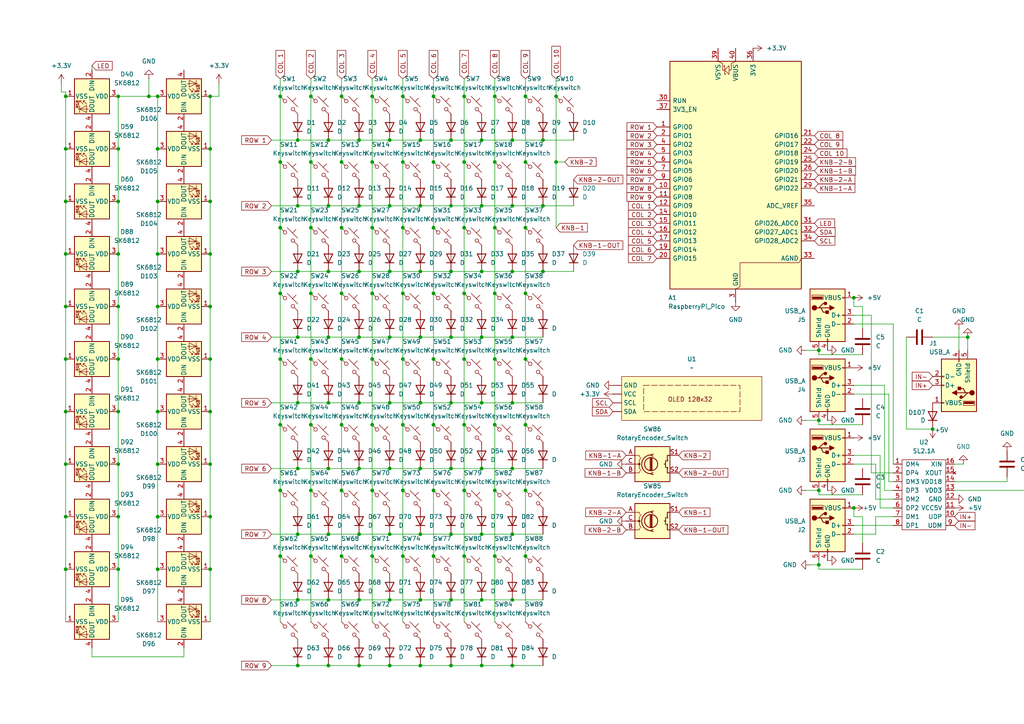
<source format=kicad_sch>
(kicad_sch (version 20250114) (generator "eeschema") (generator_version "9.0")
  (paper "A4")
  (lib_symbols
    (symbol "Connector:USB_A" (pin_names (offset 1.016))
      (property "Reference" "J" (at -5.08 11.43 0))
      (property "Value" "USB_A" (at -5.08 8.89 0))
      (symbol "USB_A_1_1"
        (pin passive line (at -2.54 -10.16 90) (length 2.54) (name "Shield") (number "5"))
        (pin power_in line (at 0 -10.16 90) (length 2.54) (name "GND") (number "4"))
        (pin power_in line (at 7.62 5.08 180) (length 2.54) (name "VBUS") (number "1"))
        (pin bidirectional line (at 7.62 0 180) (length 2.54) (name "D+") (number "3"))
        (pin bidirectional line (at 7.62 -2.54 180) (length 2.54) (name "D-") (number "2"))
      )
    )
    (symbol "Device:C" (pin_numbers (hide yes)) (pin_names (offset 0.254))
      (property "Reference" "C" (at 0.635 2.54 0))
      (property "Value" "C" (at 0.635 -2.54 0))
      (symbol "C_1_1"
        (pin passive line (at 0 3.81 270) (length 2.794) (name "~") (number "1"))
        (pin passive line (at 0 -3.81 90) (length 2.794) (name "~") (number "2"))
      )
    )
    (symbol "Device:D" (pin_numbers (hide yes)) (pin_names (offset 1.016) (hide yes))
      (property "Reference" "D" (at 0 2.54 0))
      (property "Value" "D" (at 0 -2.54 0))
      (symbol "D_1_1"
        (pin passive line (at -3.81 0 0) (length 2.54) (name "K") (number "1"))
        (pin passive line (at 3.81 0 180) (length 2.54) (name "A") (number "2"))
      )
    )
    (symbol "Device:RotaryEncoder_Switch" (pin_names (offset 0.254) (hide yes))
      (property "Reference" "SW" (at 0 6.604 0))
      (property "Value" "RotaryEncoder_Switch" (at 0 -6.604 0))
      (symbol "RotaryEncoder_Switch_1_1"
        (pin passive line (at -7.62 2.54 0) (length 2.54) (name "A") (number "A"))
        (pin passive line (at -7.62 0 0) (length 2.54) (name "C") (number "C"))
        (pin passive line (at -7.62 -2.54 0) (length 2.54) (name "B") (number "B"))
        (pin passive line (at 7.62 2.54 180) (length 2.54) (name "S1") (number "S1"))
        (pin passive line (at 7.62 -2.54 180) (length 2.54) (name "S2") (number "S2"))
      )
    )
    (symbol "Keyboard:OLED_128x32_(Thin)"
      (property "Reference" "U" (at 0 0 0))
      (symbol "OLED_128x32_(Thin)_1_1"
        (text "OLED 128x32" (at -0.508 -9.144 0) (effects (font (size 1.27 1.27) (thickness 0.1588))))
        (pin input line (at -22.86 -5.08 0) (length 2.54) (name "GND") (number ""))
        (pin input line (at -22.86 -7.62 0) (length 2.54) (name "VCC") (number ""))
        (pin input line (at -22.86 -10.16 0) (length 2.54) (name "SCL") (number ""))
        (pin input line (at -22.86 -12.7 0) (length 2.54) (name "SDA") (number ""))
      )
    )
    (symbol "LED:SK6812" (pin_names (offset 0.254))
      (property "Reference" "D" (at 5.08 5.715 0))
      (property "Value" "SK6812" (at 1.27 -5.715 0))
      (symbol "SK6812_0_0"
        (text "RGB" (at 2.286 -4.191 0) (effects (font (size 0.762 0.762))))
      )
      (symbol "SK6812_1_1"
        (pin input line (at -7.62 0 0) (length 2.54) (name "DIN") (number "2"))
        (pin power_in line (at 0 7.62 270) (length 2.54) (name "VDD") (number "3"))
        (pin power_in line (at 0 -7.62 90) (length 2.54) (name "VSS") (number "1"))
        (pin output line (at 7.62 0 180) (length 2.54) (name "DOUT") (number "4"))
      )
    )
    (symbol "MCU_Module:RaspberryPi_Pico" (pin_names (offset 0.762))
      (property "Reference" "A" (at -19.05 35.56 0))
      (property "Value" "RaspberryPi_Pico" (at 7.62 35.56 0))
      (symbol "RaspberryPi_Pico_1_1"
        (pin passive line (at -22.86 22.86 0) (length 3.81) (name "RUN") (number "30"))
        (pin passive line (at -22.86 20.32 0) (length 3.81) (name "3V3_EN") (number "37"))
        (pin bidirectional line (at -22.86 15.24 0) (length 3.81) (name "GPIO0") (number "1"))
        (pin bidirectional line (at -22.86 12.7 0) (length 3.81) (name "GPIO1") (number "2"))
        (pin bidirectional line (at -22.86 10.16 0) (length 3.81) (name "GPIO2") (number "4"))
        (pin bidirectional line (at -22.86 7.62 0) (length 3.81) (name "GPIO3") (number "5"))
        (pin bidirectional line (at -22.86 5.08 0) (length 3.81) (name "GPIO4") (number "6"))
        (pin bidirectional line (at -22.86 2.54 0) (length 3.81) (name "GPIO5") (number "7"))
        (pin bidirectional line (at -22.86 0 0) (length 3.81) (name "GPIO6") (number "9"))
        (pin bidirectional line (at -22.86 -2.54 0) (length 3.81) (name "GPIO7") (number "10"))
        (pin bidirectional line (at -22.86 -5.08 0) (length 3.81) (name "GPIO8") (number "11"))
        (pin bidirectional line (at -22.86 -7.62 0) (length 3.81) (name "GPIO9") (number "12"))
        (pin bidirectional line (at -22.86 -10.16 0) (length 3.81) (name "GPIO10") (number "14"))
        (pin bidirectional line (at -22.86 -12.7 0) (length 3.81) (name "GPIO11") (number "15"))
        (pin bidirectional line (at -22.86 -15.24 0) (length 3.81) (name "GPIO12") (number "16"))
        (pin bidirectional line (at -22.86 -17.78 0) (length 3.81) (name "GPIO13") (number "17"))
        (pin bidirectional line (at -22.86 -20.32 0) (length 3.81) (name "GPIO14") (number "19"))
        (pin bidirectional line (at -22.86 -22.86 0) (length 3.81) (name "GPIO15") (number "20"))
        (pin power_in line (at -5.08 38.1 270) (length 3.81) (name "VSYS") (number "39"))
        (pin power_out line (at 0 38.1 270) (length 3.81) (name "VBUS") (number "40"))
        (pin passive line (at 0 -35.56 90) (length 3.81) (hide yes) (name "GND") (number "13"))
        (pin passive line (at 0 -35.56 90) (length 3.81) (hide yes) (name "GND") (number "18"))
        (pin passive line (at 0 -35.56 90) (length 3.81) (hide yes) (name "GND") (number "23"))
        (pin passive line (at 0 -35.56 90) (length 3.81) (hide yes) (name "GND") (number "28"))
        (pin power_out line (at 0 -35.56 90) (length 3.81) (name "GND") (number "3"))
        (pin passive line (at 0 -35.56 90) (length 3.81) (hide yes) (name "GND") (number "38"))
        (pin passive line (at 0 -35.56 90) (length 3.81) (hide yes) (name "GND") (number "8"))
        (pin power_out line (at 5.08 38.1 270) (length 3.81) (name "3V3") (number "36"))
        (pin bidirectional line (at 22.86 12.7 180) (length 3.81) (name "GPIO16") (number "21"))
        (pin bidirectional line (at 22.86 10.16 180) (length 3.81) (name "GPIO17") (number "22"))
        (pin bidirectional line (at 22.86 7.62 180) (length 3.81) (name "GPIO18") (number "24"))
        (pin bidirectional line (at 22.86 5.08 180) (length 3.81) (name "GPIO19") (number "25"))
        (pin bidirectional line (at 22.86 2.54 180) (length 3.81) (name "GPIO20") (number "26"))
        (pin bidirectional line (at 22.86 0 180) (length 3.81) (name "GPIO21") (number "27"))
        (pin bidirectional line (at 22.86 -2.54 180) (length 3.81) (name "GPIO22") (number "29"))
        (pin power_in line (at 22.86 -7.62 180) (length 3.81) (name "ADC_VREF") (number "35"))
        (pin bidirectional line (at 22.86 -12.7 180) (length 3.81) (name "GPIO26_ADC0") (number "31"))
        (pin bidirectional line (at 22.86 -15.24 180) (length 3.81) (name "GPIO27_ADC1") (number "32"))
        (pin bidirectional line (at 22.86 -17.78 180) (length 3.81) (name "GPIO28_ADC2") (number "34"))
        (pin power_out line (at 22.86 -22.86 180) (length 3.81) (name "AGND") (number "33"))
      )
    )
    (symbol "SL21A:SL2.1A" (pin_names (offset 1.016))
      (property "Reference" "U" (at 0 -1.27 0))
      (property "Value" "SL2.1A" (at -5.08 -1.27 0))
      (symbol "SL2.1A_1_1"
        (pin output line (at -7.62 19.05 0) (length 2.54) (name "DM4") (number "1"))
        (pin output line (at -7.62 16.51 0) (length 2.54) (name "DP4") (number "2"))
        (pin output line (at -7.62 13.97 0) (length 2.54) (name "DM3") (number "3"))
        (pin output line (at -7.62 11.43 0) (length 2.54) (name "DP3") (number "4"))
        (pin output line (at -7.62 8.89 0) (length 2.54) (name "DM2") (number "5"))
        (pin output line (at -7.62 6.35 0) (length 2.54) (name "DP2") (number "6"))
        (pin output line (at -7.62 3.81 0) (length 2.54) (name "DM1") (number "7"))
        (pin output line (at -7.62 1.27 0) (length 2.54) (name "DP1") (number "8"))
        (pin power_in line (at 10.16 19.05 180) (length 2.54) (name "XIN") (number "16"))
        (pin no_connect line (at 10.16 16.51 180) (length 2.54) (name "XOUT") (number "15"))
        (pin power_out line (at 10.16 13.97 180) (length 2.54) (name "VDD18") (number "14"))
        (pin power_out line (at 10.16 11.43 180) (length 2.54) (name "VDD3") (number "13"))
        (pin power_in line (at 10.16 8.89 180) (length 2.54) (name "GND") (number "12"))
        (pin power_in line (at 10.16 6.35 180) (length 2.54) (name "VCC5V") (number "11"))
        (pin input line (at 10.16 3.81 180) (length 2.54) (name "UDP") (number "10"))
        (pin input line (at 10.16 1.27 180) (length 2.54) (name "UDM") (number "9"))
      )
    )
    (symbol "Switch:SW_Push_45deg" (pin_numbers (hide yes)) (pin_names (offset 1.016) (hide yes))
      (property "Reference" "SW" (at 3.048 1.016 0))
      (property "Value" "SW_Push_45deg" (at 0 -3.81 0))
      (symbol "SW_Push_45deg_0_1"
        (pin passive line (at -2.54 2.54 0) (length 0) (name "1") (number "1"))
        (pin passive line (at 2.54 -2.54 180) (length 0) (name "2") (number "2"))
      )
    )
    (symbol "power:+3.3V" (power) (pin_numbers (hide yes)) (pin_names (offset 0) (hide yes))
      (property "Value" "+3.3V" (at 0 3.556 0))
      (symbol "+3.3V_1_1"
        (pin power_in line (at 0 0 90) (length 0) (name "~") (number "1"))
      )
    )
    (symbol "power:+5V" (power) (pin_numbers (hide yes)) (pin_names (offset 0) (hide yes))
      (property "Value" "+5V" (at 0 3.556 0))
      (symbol "+5V_1_1"
        (pin power_in line (at 0 0 90) (length 0) (name "~") (number "1"))
      )
    )
    (symbol "power:GND" (power) (pin_numbers (hide yes)) (pin_names (offset 0) (hide yes))
      (property "Value" "GND" (at 0 -3.81 0))
      (symbol "GND_1_1"
        (pin power_in line (at 0 0 270) (length 0) (name "~") (number "1"))
      )
    )
  )
  (junction (at 60.96 88.9))
  (junction (at 99.06 85.09))
  (junction (at 121.92 97.79))
  (junction (at 86.36 40.64))
  (junction (at 60.96 73.66))
  (junction (at 157.48 78.74))
  (junction (at 130.81 40.64))
  (junction (at 116.84 123.19))
  (junction (at 81.28 123.19))
  (junction (at 134.62 123.19))
  (junction (at 134.62 46.99))
  (junction (at 45.72 73.66))
  (junction (at 125.73 27.94))
  (junction (at 45.72 58.42))
  (junction (at 116.84 85.09))
  (junction (at 60.96 134.62))
  (junction (at 148.59 59.69))
  (junction (at 143.51 46.99))
  (junction (at 152.4 104.14))
  (junction (at 148.59 116.84))
  (junction (at 148.59 40.64))
  (junction (at 247.65 86.36))
  (junction (at 157.48 59.69))
  (junction (at 34.29 165.1))
  (junction (at 113.03 59.69))
  (junction (at 45.72 27.94))
  (junction (at 139.7 78.74))
  (junction (at 90.17 85.09))
  (junction (at 130.81 173.99))
  (junction (at 104.14 154.94))
  (junction (at 104.14 59.69))
  (junction (at 130.81 135.89))
  (junction (at 130.81 59.69))
  (junction (at 125.73 85.09))
  (junction (at 104.14 40.64))
  (junction (at 19.05 104.14))
  (junction (at 86.36 154.94))
  (junction (at 130.81 193.04))
  (junction (at 19.05 134.62))
  (junction (at 90.17 46.99))
  (junction (at 121.92 40.64))
  (junction (at 107.95 142.24))
  (junction (at 121.92 116.84))
  (junction (at 247.65 147.32))
  (junction (at 86.36 78.74))
  (junction (at 99.06 104.14))
  (junction (at 237.49 121.92))
  (junction (at 19.05 88.9))
  (junction (at 45.72 43.18))
  (junction (at 104.14 78.74))
  (junction (at 139.7 59.69))
  (junction (at 161.29 27.94))
  (junction (at 104.14 97.79))
  (junction (at 34.29 43.18))
  (junction (at 139.7 173.99))
  (junction (at 237.49 163.83))
  (junction (at 270.51 124.46))
  (junction (at 121.92 193.04))
  (junction (at 148.59 97.79))
  (junction (at 107.95 27.94))
  (junction (at 90.17 142.24))
  (junction (at 125.73 104.14))
  (junction (at 45.72 88.9))
  (junction (at 143.51 85.09))
  (junction (at 107.95 66.04))
  (junction (at 95.25 78.74))
  (junction (at 60.96 43.18))
  (junction (at 95.25 173.99))
  (junction (at 34.29 27.94))
  (junction (at 81.28 142.24))
  (junction (at 139.7 97.79))
  (junction (at 152.4 142.24))
  (junction (at 19.05 119.38))
  (junction (at 148.59 173.99))
  (junction (at 143.51 66.04))
  (junction (at 34.29 88.9))
  (junction (at 99.06 142.24))
  (junction (at 116.84 46.99))
  (junction (at 125.73 46.99))
  (junction (at 86.36 173.99))
  (junction (at 60.96 58.42))
  (junction (at 121.92 59.69))
  (junction (at 125.73 142.24))
  (junction (at 107.95 85.09))
  (junction (at 81.28 27.94))
  (junction (at 113.03 135.89))
  (junction (at 143.51 104.14))
  (junction (at 107.95 123.19))
  (junction (at 113.03 97.79))
  (junction (at 95.25 116.84))
  (junction (at 107.95 46.99))
  (junction (at 90.17 123.19))
  (junction (at 148.59 135.89))
  (junction (at 104.14 116.84))
  (junction (at 81.28 161.29))
  (junction (at 116.84 161.29))
  (junction (at 34.29 134.62))
  (junction (at 95.25 135.89))
  (junction (at 81.28 104.14))
  (junction (at 99.06 46.99))
  (junction (at 125.73 66.04))
  (junction (at 81.28 66.04))
  (junction (at 86.36 135.89))
  (junction (at 121.92 135.89))
  (junction (at 113.03 173.99))
  (junction (at 86.36 193.04))
  (junction (at 148.59 78.74))
  (junction (at 134.62 161.29))
  (junction (at 34.29 73.66))
  (junction (at 45.72 165.1))
  (junction (at 152.4 85.09))
  (junction (at 113.03 40.64))
  (junction (at 152.4 123.19))
  (junction (at 134.62 85.09))
  (junction (at 143.51 161.29))
  (junction (at 95.25 40.64))
  (junction (at 113.03 193.04))
  (junction (at 121.92 78.74))
  (junction (at 34.29 119.38))
  (junction (at 95.25 97.79))
  (junction (at 130.81 97.79))
  (junction (at 161.29 46.99))
  (junction (at 152.4 161.29))
  (junction (at 152.4 46.99))
  (junction (at 139.7 154.94))
  (junction (at 99.06 66.04))
  (junction (at 134.62 27.94))
  (junction (at 60.96 149.86))
  (junction (at 45.72 149.86))
  (junction (at 104.14 135.89))
  (junction (at 60.96 119.38))
  (junction (at 130.81 78.74))
  (junction (at 90.17 66.04))
  (junction (at 113.03 116.84))
  (junction (at 86.36 97.79))
  (junction (at 95.25 59.69))
  (junction (at 19.05 43.18))
  (junction (at 139.7 135.89))
  (junction (at 157.48 40.64))
  (junction (at 19.05 27.94))
  (junction (at 152.4 66.04))
  (junction (at 60.96 104.14))
  (junction (at 86.36 116.84))
  (junction (at 45.72 119.38))
  (junction (at 148.59 154.94))
  (junction (at 139.7 193.04))
  (junction (at 81.28 85.09))
  (junction (at 148.59 193.04))
  (junction (at 116.84 27.94))
  (junction (at 121.92 154.94))
  (junction (at 90.17 27.94))
  (junction (at 99.06 123.19))
  (junction (at 90.17 161.29))
  (junction (at 152.4 27.94))
  (junction (at 116.84 142.24))
  (junction (at 43.18 27.94))
  (junction (at 19.05 58.42))
  (junction (at 19.05 149.86))
  (junction (at 19.05 73.66))
  (junction (at 95.25 193.04))
  (junction (at 143.51 27.94))
  (junction (at 104.14 173.99))
  (junction (at 107.95 104.14))
  (junction (at 99.06 27.94))
  (junction (at 139.7 116.84))
  (junction (at 86.36 59.69))
  (junction (at 107.95 161.29))
  (junction (at 113.03 154.94))
  (junction (at 34.29 58.42))
  (junction (at 125.73 123.19))
  (junction (at 95.25 154.94))
  (junction (at 237.49 101.6))
  (junction (at 116.84 104.14))
  (junction (at 19.05 165.1))
  (junction (at 113.03 78.74))
  (junction (at 60.96 27.94))
  (junction (at 134.62 66.04))
  (junction (at 60.96 165.1))
  (junction (at 143.51 142.24))
  (junction (at 34.29 149.86))
  (junction (at 104.14 193.04))
  (junction (at 45.72 134.62))
  (junction (at 116.84 66.04))
  (junction (at 139.7 40.64))
  (junction (at 134.62 104.14))
  (junction (at 134.62 142.24))
  (junction (at 130.81 116.84))
  (junction (at 125.73 161.29))
  (junction (at 121.92 173.99))
  (junction (at 34.29 104.14))
  (junction (at 280.67 97.79))
  (junction (at 45.72 104.14))
  (junction (at 99.06 161.29))
  (junction (at 130.81 154.94))
  (junction (at 90.17 104.14))
  (junction (at 81.28 46.99))
  (junction (at 143.51 123.19))
  (junction (at 237.49 142.24))
  (wire (pts (xy 143.51 123.19) (xy 143.51 142.24)))
  (wire (pts (xy 280.67 97.79) (xy 280.67 101.6)))
  (wire (pts (xy 255.27 132.08) (xy 255.27 147.32)))
  (wire (pts (xy 90.17 161.29) (xy 90.17 180.34)))
  (wire (pts (xy 278.13 95.25) (xy 278.13 101.6)))
  (wire (pts (xy 78.74 116.84) (xy 86.36 116.84)))
  (wire (pts (xy 125.73 123.19) (xy 125.73 142.24)))
  (wire (pts (xy 134.62 161.29) (xy 134.62 180.34)))
  (wire (pts (xy 113.03 193.04) (xy 121.92 193.04)))
  (wire (pts (xy 121.92 59.69) (xy 130.81 59.69)))
  (wire (pts (xy 152.4 123.19) (xy 152.4 142.24)))
  (wire (pts (xy 139.7 135.89) (xy 148.59 135.89)))
  (wire (pts (xy 234.95 163.83) (xy 237.49 163.83)))
  (wire (pts (xy 107.95 142.24) (xy 107.95 161.29)))
  (wire (pts (xy 107.95 66.04) (xy 107.95 85.09)))
  (wire (pts (xy 113.03 135.89) (xy 121.92 135.89)))
  (wire (pts (xy 130.81 173.99) (xy 139.7 173.99)))
  (wire (pts (xy 113.03 97.79) (xy 121.92 97.79)))
  (wire (pts (xy 86.36 97.79) (xy 95.25 97.79)))
  (wire (pts (xy 125.73 142.24) (xy 125.73 161.29)))
  (wire (pts (xy 125.73 104.14) (xy 125.73 123.19)))
  (wire (pts (xy 254 149.86) (xy 259.08 149.86)))
  (wire (pts (xy 143.51 66.04) (xy 143.51 85.09)))
  (wire (pts (xy 247.65 154.94) (xy 254 154.94)))
  (wire (pts (xy 45.72 73.66) (xy 45.72 88.9)))
  (wire (pts (xy 121.92 193.04) (xy 130.81 193.04)))
  (wire (pts (xy 53.34 190.5) (xy 53.34 187.96)))
  (wire (pts (xy 125.73 27.94) (xy 125.73 46.99)))
  (wire (pts (xy 130.81 154.94) (xy 139.7 154.94)))
  (wire (pts (xy 116.84 142.24) (xy 116.84 161.29)))
  (wire (pts (xy 252.73 137.16) (xy 252.73 91.44)))
  (wire (pts (xy 152.4 66.04) (xy 152.4 85.09)))
  (wire (pts (xy 121.92 40.64) (xy 130.81 40.64)))
  (wire (pts (xy 130.81 97.79) (xy 139.7 97.79)))
  (wire (pts (xy 143.51 46.99) (xy 143.51 66.04)))
  (wire (pts (xy 90.17 66.04) (xy 90.17 85.09)))
  (wire (pts (xy 86.36 135.89) (xy 95.25 135.89)))
  (wire (pts (xy 152.4 85.09) (xy 152.4 104.14)))
  (wire (pts (xy 139.7 59.69) (xy 148.59 59.69)))
  (wire (pts (xy 125.73 85.09) (xy 125.73 104.14)))
  (wire (pts (xy 134.62 123.19) (xy 134.62 142.24)))
  (wire (pts (xy 60.96 149.86) (xy 60.96 165.1)))
  (wire (pts (xy 139.7 97.79) (xy 148.59 97.79)))
  (wire (pts (xy 81.28 27.94) (xy 81.28 46.99)))
  (wire (pts (xy 99.06 85.09) (xy 99.06 104.14)))
  (wire (pts (xy 99.06 22.86) (xy 99.06 27.94)))
  (wire (pts (xy 250.19 149.86) (xy 247.65 149.86)))
  (wire (pts (xy 247.65 132.08) (xy 255.27 132.08)))
  (wire (pts (xy 237.49 165.1) (xy 250.19 165.1)))
  (wire (pts (xy 247.65 149.86) (xy 247.65 147.32)))
  (wire (pts (xy 161.29 46.99) (xy 161.29 66.04)))
  (wire (pts (xy 81.28 46.99) (xy 81.28 66.04)))
  (wire (pts (xy 45.72 88.9) (xy 45.72 104.14)))
  (wire (pts (xy 250.19 123.19) (xy 237.49 123.19)))
  (wire (pts (xy 78.74 193.04) (xy 86.36 193.04)))
  (wire (pts (xy 247.65 86.36) (xy 247.65 88.9)))
  (wire (pts (xy 78.74 40.64) (xy 86.36 40.64)))
  (wire (pts (xy 259.08 134.62) (xy 259.08 93.98)))
  (wire (pts (xy 81.28 85.09) (xy 81.28 104.14)))
  (wire (pts (xy 19.05 149.86) (xy 19.05 165.1)))
  (wire (pts (xy 34.29 119.38) (xy 34.29 134.62)))
  (wire (pts (xy 45.72 58.42) (xy 45.72 73.66)))
  (wire (pts (xy 99.06 27.94) (xy 99.06 46.99)))
  (wire (pts (xy 104.14 116.84) (xy 113.03 116.84)))
  (wire (pts (xy 130.81 116.84) (xy 139.7 116.84)))
  (wire (pts (xy 90.17 104.14) (xy 90.17 123.19)))
  (wire (pts (xy 60.96 27.94) (xy 60.96 43.18)))
  (wire (pts (xy 86.36 116.84) (xy 95.25 116.84)))
  (wire (pts (xy 121.92 173.99) (xy 130.81 173.99)))
  (wire (pts (xy 99.06 104.14) (xy 99.06 123.19)))
  (wire (pts (xy 250.19 143.51) (xy 237.49 143.51)))
  (wire (pts (xy 17.78 26.67) (xy 19.05 26.67)))
  (wire (pts (xy 130.81 135.89) (xy 139.7 135.89)))
  (wire (pts (xy 26.67 190.5) (xy 53.34 190.5)))
  (wire (pts (xy 34.29 149.86) (xy 34.29 165.1)))
  (wire (pts (xy 95.25 193.04) (xy 104.14 193.04)))
  (wire (pts (xy 143.51 27.94) (xy 143.51 46.99)))
  (wire (pts (xy 139.7 40.64) (xy 148.59 40.64)))
  (wire (pts (xy 157.48 40.64) (xy 166.37 40.64)))
  (wire (pts (xy 45.72 165.1) (xy 45.72 180.34)))
  (wire (pts (xy 143.51 85.09) (xy 143.51 104.14)))
  (wire (pts (xy 43.18 27.94) (xy 34.29 27.94)))
  (wire (pts (xy 86.36 59.69) (xy 95.25 59.69)))
  (wire (pts (xy 99.06 46.99) (xy 99.06 66.04)))
  (wire (pts (xy 148.59 154.94) (xy 157.48 154.94)))
  (wire (pts (xy 104.14 78.74) (xy 113.03 78.74)))
  (wire (pts (xy 107.95 123.19) (xy 107.95 142.24)))
  (wire (pts (xy 78.74 154.94) (xy 86.36 154.94)))
  (wire (pts (xy 139.7 193.04) (xy 148.59 193.04)))
  (wire (pts (xy 90.17 142.24) (xy 90.17 161.29)))
  (wire (pts (xy 256.54 111.76) (xy 247.65 111.76)))
  (wire (pts (xy 34.29 58.42) (xy 34.29 73.66)))
  (wire (pts (xy 250.19 95.25) (xy 250.19 88.9)))
  (wire (pts (xy 148.59 173.99) (xy 157.48 173.99)))
  (wire (pts (xy 148.59 40.64) (xy 157.48 40.64)))
  (wire (pts (xy 34.29 43.18) (xy 34.29 58.42)))
  (wire (pts (xy 121.92 135.89) (xy 130.81 135.89)))
  (wire (pts (xy 148.59 116.84) (xy 157.48 116.84)))
  (wire (pts (xy 34.29 104.14) (xy 34.29 119.38)))
  (wire (pts (xy 19.05 43.18) (xy 19.05 58.42)))
  (wire (pts (xy 125.73 66.04) (xy 125.73 85.09)))
  (wire (pts (xy 19.05 88.9) (xy 19.05 104.14)))
  (wire (pts (xy 254 154.94) (xy 254 149.86)))
  (wire (pts (xy 17.78 24.13) (xy 17.78 26.67)))
  (wire (pts (xy 125.73 161.29) (xy 125.73 180.34)))
  (wire (pts (xy 78.74 59.69) (xy 86.36 59.69)))
  (wire (pts (xy 121.92 78.74) (xy 130.81 78.74)))
  (wire (pts (xy 104.14 154.94) (xy 113.03 154.94)))
  (wire (pts (xy 237.49 165.1) (xy 237.49 163.83)))
  (wire (pts (xy 270.51 97.79) (xy 280.67 97.79)))
  (wire (pts (xy 26.67 19.05) (xy 26.67 20.32)))
  (wire (pts (xy 254 144.78) (xy 254 134.62)))
  (wire (pts (xy 104.14 135.89) (xy 113.03 135.89)))
  (wire (pts (xy 78.74 135.89) (xy 86.36 135.89)))
  (wire (pts (xy 19.05 58.42) (xy 19.05 73.66)))
  (wire (pts (xy 276.86 142.24) (xy 302.26 142.24)))
  (wire (pts (xy 134.62 104.14) (xy 134.62 123.19)))
  (wire (pts (xy 60.96 104.14) (xy 60.96 119.38)))
  (wire (pts (xy 134.62 66.04) (xy 134.62 85.09)))
  (wire (pts (xy 81.28 142.24) (xy 81.28 161.29)))
  (wire (pts (xy 81.28 66.04) (xy 81.28 85.09)))
  (wire (pts (xy 107.95 22.86) (xy 107.95 27.94)))
  (wire (pts (xy 43.18 22.86) (xy 43.18 27.94)))
  (wire (pts (xy 143.51 104.14) (xy 143.51 123.19)))
  (wire (pts (xy 86.36 173.99) (xy 95.25 173.99)))
  (wire (pts (xy 19.05 165.1) (xy 19.05 180.34)))
  (wire (pts (xy 121.92 97.79) (xy 130.81 97.79)))
  (wire (pts (xy 113.03 173.99) (xy 121.92 173.99)))
  (wire (pts (xy 45.72 104.14) (xy 45.72 119.38)))
  (wire (pts (xy 134.62 27.94) (xy 134.62 46.99)))
  (wire (pts (xy 152.4 27.94) (xy 152.4 46.99)))
  (wire (pts (xy 252.73 91.44) (xy 247.65 91.44)))
  (wire (pts (xy 139.7 78.74) (xy 148.59 78.74)))
  (wire (pts (xy 152.4 104.14) (xy 152.4 123.19)))
  (wire (pts (xy 63.5 27.94) (xy 60.96 27.94)))
  (wire (pts (xy 247.65 152.4) (xy 259.08 152.4)))
  (wire (pts (xy 143.51 161.29) (xy 143.51 180.34)))
  (wire (pts (xy 95.25 97.79) (xy 104.14 97.79)))
  (wire (pts (xy 255.27 147.32) (xy 259.08 147.32)))
  (wire (pts (xy 116.84 66.04) (xy 116.84 85.09)))
  (wire (pts (xy 148.59 59.69) (xy 157.48 59.69)))
  (wire (pts (xy 86.36 193.04) (xy 95.25 193.04)))
  (wire (pts (xy 262.89 97.79) (xy 262.89 124.46)))
  (wire (pts (xy 99.06 161.29) (xy 99.06 180.34)))
  (wire (pts (xy 60.96 73.66) (xy 60.96 88.9)))
  (wire (pts (xy 250.19 157.48) (xy 250.19 149.86)))
  (wire (pts (xy 116.84 22.86) (xy 116.84 27.94)))
  (wire (pts (xy 130.81 193.04) (xy 139.7 193.04)))
  (wire (pts (xy 139.7 154.94) (xy 148.59 154.94)))
  (wire (pts (xy 104.14 193.04) (xy 113.03 193.04)))
  (wire (pts (xy 116.84 46.99) (xy 116.84 66.04)))
  (wire (pts (xy 259.08 144.78) (xy 254 144.78)))
  (wire (pts (xy 259.08 142.24) (xy 256.54 142.24)))
  (wire (pts (xy 63.5 24.13) (xy 63.5 27.94)))
  (wire (pts (xy 99.06 66.04) (xy 99.06 85.09)))
  (wire (pts (xy 161.29 27.94) (xy 161.29 46.99)))
  (wire (pts (xy 143.51 142.24) (xy 143.51 161.29)))
  (wire (pts (xy 276.86 139.7) (xy 292.1 139.7)))
  (wire (pts (xy 121.92 154.94) (xy 130.81 154.94)))
  (wire (pts (xy 34.29 73.66) (xy 34.29 88.9)))
  (wire (pts (xy 43.18 27.94) (xy 45.72 27.94)))
  (wire (pts (xy 95.25 116.84) (xy 104.14 116.84)))
  (wire (pts (xy 134.62 46.99) (xy 134.62 66.04)))
  (wire (pts (xy 81.28 22.86) (xy 81.28 27.94)))
  (wire (pts (xy 233.68 121.92) (xy 237.49 121.92)))
  (wire (pts (xy 130.81 78.74) (xy 139.7 78.74)))
  (wire (pts (xy 125.73 22.86) (xy 125.73 27.94)))
  (wire (pts (xy 157.48 59.69) (xy 166.37 59.69)))
  (wire (pts (xy 152.4 142.24) (xy 152.4 161.29)))
  (wire (pts (xy 34.29 88.9) (xy 34.29 104.14)))
  (wire (pts (xy 104.14 173.99) (xy 113.03 173.99)))
  (wire (pts (xy 45.72 27.94) (xy 45.72 43.18)))
  (wire (pts (xy 60.96 134.62) (xy 60.96 149.86)))
  (wire (pts (xy 99.06 123.19) (xy 99.06 142.24)))
  (wire (pts (xy 116.84 123.19) (xy 116.84 142.24)))
  (wire (pts (xy 86.36 78.74) (xy 95.25 78.74)))
  (wire (pts (xy 257.81 114.3) (xy 257.81 139.7)))
  (wire (pts (xy 104.14 97.79) (xy 113.03 97.79)))
  (wire (pts (xy 237.49 102.87) (xy 237.49 101.6)))
  (wire (pts (xy 233.68 101.6) (xy 237.49 101.6)))
  (wire (pts (xy 148.59 135.89) (xy 157.48 135.89)))
  (wire (pts (xy 81.28 161.29) (xy 81.28 180.34)))
  (wire (pts (xy 26.67 187.96) (xy 26.67 190.5)))
  (wire (pts (xy 254 134.62) (xy 247.65 134.62)))
  (wire (pts (xy 95.25 135.89) (xy 104.14 135.89)))
  (wire (pts (xy 78.74 97.79) (xy 86.36 97.79)))
  (wire (pts (xy 60.96 165.1) (xy 60.96 180.34)))
  (wire (pts (xy 19.05 26.67) (xy 19.05 27.94)))
  (wire (pts (xy 116.84 161.29) (xy 116.84 180.34)))
  (wire (pts (xy 157.48 78.74) (xy 166.37 78.74)))
  (wire (pts (xy 257.81 139.7) (xy 259.08 139.7)))
  (wire (pts (xy 139.7 116.84) (xy 148.59 116.84)))
  (wire (pts (xy 148.59 78.74) (xy 157.48 78.74)))
  (wire (pts (xy 60.96 88.9) (xy 60.96 104.14)))
  (wire (pts (xy 86.36 40.64) (xy 95.25 40.64)))
  (wire (pts (xy 259.08 137.16) (xy 252.73 137.16)))
  (wire (pts (xy 81.28 104.14) (xy 81.28 123.19)))
  (wire (pts (xy 233.68 142.24) (xy 237.49 142.24)))
  (wire (pts (xy 262.89 124.46) (xy 270.51 124.46)))
  (wire (pts (xy 34.29 165.1) (xy 34.29 180.34)))
  (wire (pts (xy 152.4 161.29) (xy 152.4 180.34)))
  (wire (pts (xy 237.49 143.51) (xy 237.49 142.24)))
  (wire (pts (xy 163.83 46.99) (xy 161.29 46.99)))
  (wire (pts (xy 121.92 116.84) (xy 130.81 116.84)))
  (wire (pts (xy 148.59 193.04) (xy 157.48 193.04)))
  (wire (pts (xy 279.4 134.62) (xy 276.86 134.62)))
  (wire (pts (xy 113.03 40.64) (xy 121.92 40.64)))
  (wire (pts (xy 45.72 43.18) (xy 45.72 58.42)))
  (wire (pts (xy 107.95 104.14) (xy 107.95 123.19)))
  (wire (pts (xy 130.81 59.69) (xy 139.7 59.69)))
  (wire (pts (xy 237.49 123.19) (xy 237.49 121.92)))
  (wire (pts (xy 161.29 22.86) (xy 161.29 27.94)))
  (wire (pts (xy 134.62 22.86) (xy 134.62 27.94)))
  (wire (pts (xy 19.05 119.38) (xy 19.05 134.62)))
  (wire (pts (xy 134.62 85.09) (xy 134.62 104.14)))
  (wire (pts (xy 113.03 78.74) (xy 121.92 78.74)))
  (wire (pts (xy 250.19 102.87) (xy 237.49 102.87)))
  (wire (pts (xy 90.17 22.86) (xy 90.17 27.94)))
  (wire (pts (xy 90.17 46.99) (xy 90.17 66.04)))
  (wire (pts (xy 90.17 123.19) (xy 90.17 142.24)))
  (wire (pts (xy 125.73 46.99) (xy 125.73 66.04)))
  (wire (pts (xy 90.17 27.94) (xy 90.17 46.99)))
  (wire (pts (xy 256.54 142.24) (xy 256.54 111.76)))
  (wire (pts (xy 292.1 139.7) (xy 292.1 138.43)))
  (wire (pts (xy 34.29 27.94) (xy 34.29 43.18)))
  (wire (pts (xy 250.19 88.9) (xy 247.65 88.9)))
  (wire (pts (xy 259.08 93.98) (xy 247.65 93.98)))
  (wire (pts (xy 60.96 43.18) (xy 60.96 58.42)))
  (wire (pts (xy 113.03 154.94) (xy 121.92 154.94)))
  (wire (pts (xy 45.72 149.86) (xy 45.72 165.1)))
  (wire (pts (xy 95.25 59.69) (xy 104.14 59.69)))
  (wire (pts (xy 60.96 58.42) (xy 60.96 73.66)))
  (wire (pts (xy 104.14 59.69) (xy 113.03 59.69)))
  (wire (pts (xy 34.29 134.62) (xy 34.29 149.86)))
  (wire (pts (xy 95.25 40.64) (xy 104.14 40.64)))
  (wire (pts (xy 19.05 134.62) (xy 19.05 149.86)))
  (wire (pts (xy 113.03 116.84) (xy 121.92 116.84)))
  (wire (pts (xy 107.95 27.94) (xy 107.95 46.99)))
  (wire (pts (xy 148.59 97.79) (xy 157.48 97.79)))
  (wire (pts (xy 116.84 27.94) (xy 116.84 46.99)))
  (wire (pts (xy 90.17 85.09) (xy 90.17 104.14)))
  (wire (pts (xy 247.65 114.3) (xy 257.81 114.3)))
  (wire (pts (xy 237.49 162.56) (xy 237.49 163.83)))
  (wire (pts (xy 113.03 59.69) (xy 121.92 59.69)))
  (wire (pts (xy 95.25 78.74) (xy 104.14 78.74)))
  (wire (pts (xy 81.28 123.19) (xy 81.28 142.24)))
  (wire (pts (xy 45.72 119.38) (xy 45.72 134.62)))
  (wire (pts (xy 107.95 46.99) (xy 107.95 66.04)))
  (wire (pts (xy 19.05 73.66) (xy 19.05 88.9)))
  (wire (pts (xy 95.25 173.99) (xy 104.14 173.99)))
  (wire (pts (xy 107.95 161.29) (xy 107.95 180.34)))
  (wire (pts (xy 78.74 173.99) (xy 86.36 173.99)))
  (wire (pts (xy 78.74 78.74) (xy 86.36 78.74)))
  (wire (pts (xy 130.81 40.64) (xy 139.7 40.64)))
  (wire (pts (xy 143.51 22.86) (xy 143.51 27.94)))
  (wire (pts (xy 152.4 22.86) (xy 152.4 27.94)))
  (wire (pts (xy 95.25 154.94) (xy 104.14 154.94)))
  (wire (pts (xy 86.36 154.94) (xy 95.25 154.94)))
  (wire (pts (xy 139.7 173.99) (xy 148.59 173.99)))
  (wire (pts (xy 134.62 142.24) (xy 134.62 161.29)))
  (wire (pts (xy 45.72 134.62) (xy 45.72 149.86)))
  (wire (pts (xy 302.26 142.24) (xy 302.26 138.43)))
  (wire (pts (xy 107.95 85.09) (xy 107.95 104.14)))
  (wire (pts (xy 152.4 46.99) (xy 152.4 66.04)))
  (wire (pts (xy 116.84 85.09) (xy 116.84 104.14)))
  (wire (pts (xy 60.96 119.38) (xy 60.96 134.62)))
  (wire (pts (xy 19.05 104.14) (xy 19.05 119.38)))
  (wire (pts (xy 19.05 27.94) (xy 19.05 43.18)))
  (wire (pts (xy 116.84 104.14) (xy 116.84 123.19)))
  (wire (pts (xy 104.14 40.64) (xy 113.03 40.64)))
  (wire (pts (xy 99.06 142.24) (xy 99.06 161.29)))
  (global_label "ROW 8" (shape input) (at 190.5 54.61 180) (property "Intersheetrefs" "${INTERSHEET_REFS}" (effects (hide yes))))
  (global_label "SCL" (shape input) (at 236.22 69.85 0) (property "Intersheetrefs" "${INTERSHEET_REFS}" (effects (hide yes))))
  (global_label "KNB-1-A" (shape input) (at 181.61 132.08 180) (property "Intersheetrefs" "${INTERSHEET_REFS}" (effects (hide yes))))
  (global_label "COL 2" (shape input) (at 190.5 62.23 180) (property "Intersheetrefs" "${INTERSHEET_REFS}" (effects (hide yes))))
  (global_label "ROW 7" (shape input) (at 78.74 154.94 180) (property "Intersheetrefs" "${INTERSHEET_REFS}" (effects (hide yes))))
  (global_label "KNB-1-B" (shape input) (at 236.22 49.53 0) (property "Intersheetrefs" "${INTERSHEET_REFS}" (effects (hide yes))))
  (global_label "COL 10" (shape input) (at 161.29 22.86 90) (property "Intersheetrefs" "${INTERSHEET_REFS}" (effects (hide yes))))
  (global_label "ROW 3" (shape input) (at 78.74 78.74 180) (property "Intersheetrefs" "${INTERSHEET_REFS}" (effects (hide yes))))
  (global_label "IN+" (shape input) (at 276.86 149.86 0) (property "Intersheetrefs" "${INTERSHEET_REFS}" (effects (hide yes))))
  (global_label "IN-" (shape input) (at 276.86 152.4 0) (property "Intersheetrefs" "${INTERSHEET_REFS}" (effects (hide yes))))
  (global_label "COL 4" (shape input) (at 190.5 67.31 180) (property "Intersheetrefs" "${INTERSHEET_REFS}" (effects (hide yes))))
  (global_label "COL 8" (shape input) (at 236.22 39.37 0) (property "Intersheetrefs" "${INTERSHEET_REFS}" (effects (hide yes))))
  (global_label "KNB-2-B" (shape input) (at 181.61 153.67 180) (property "Intersheetrefs" "${INTERSHEET_REFS}" (effects (hide yes))))
  (global_label "SDA" (shape input) (at 236.22 67.31 0) (property "Intersheetrefs" "${INTERSHEET_REFS}" (effects (hide yes))))
  (global_label "KNB-1" (shape input) (at 196.85 148.59 0) (property "Intersheetrefs" "${INTERSHEET_REFS}" (effects (hide yes))))
  (global_label "ROW 5" (shape input) (at 190.5 46.99 180) (property "Intersheetrefs" "${INTERSHEET_REFS}" (effects (hide yes))))
  (global_label "KNB-2-A" (shape input) (at 181.61 148.59 180) (property "Intersheetrefs" "${INTERSHEET_REFS}" (effects (hide yes))))
  (global_label "KNB-2-A" (shape input) (at 236.22 52.07 0) (property "Intersheetrefs" "${INTERSHEET_REFS}" (effects (hide yes))))
  (global_label "ROW 4" (shape input) (at 78.74 97.79 180) (property "Intersheetrefs" "${INTERSHEET_REFS}" (effects (hide yes))))
  (global_label "COL 4" (shape input) (at 107.95 22.86 90) (property "Intersheetrefs" "${INTERSHEET_REFS}" (effects (hide yes))))
  (global_label "KNB-2-OUT" (shape input) (at 196.85 137.16 0) (property "Intersheetrefs" "${INTERSHEET_REFS}" (effects (hide yes))))
  (global_label "ROW 9" (shape input) (at 190.5 57.15 180) (property "Intersheetrefs" "${INTERSHEET_REFS}" (effects (hide yes))))
  (global_label "KNB-1-OUT" (shape input) (at 166.37 71.12 0) (property "Intersheetrefs" "${INTERSHEET_REFS}" (effects (hide yes))))
  (global_label "SCL" (shape input) (at 177.8 116.84 180) (property "Intersheetrefs" "${INTERSHEET_REFS}" (effects (hide yes))))
  (global_label "COL 7" (shape input) (at 134.62 22.86 90) (property "Intersheetrefs" "${INTERSHEET_REFS}" (effects (hide yes))))
  (global_label "COL 5" (shape input) (at 190.5 69.85 180) (property "Intersheetrefs" "${INTERSHEET_REFS}" (effects (hide yes))))
  (global_label "KNB-2" (shape input) (at 163.83 46.99 0) (property "Intersheetrefs" "${INTERSHEET_REFS}" (effects (hide yes))))
  (global_label "ROW 8" (shape input) (at 78.74 173.99 180) (property "Intersheetrefs" "${INTERSHEET_REFS}" (effects (hide yes))))
  (global_label "COL 6" (shape input) (at 125.73 22.86 90) (property "Intersheetrefs" "${INTERSHEET_REFS}" (effects (hide yes))))
  (global_label "SDA" (shape input) (at 177.8 119.38 180) (property "Intersheetrefs" "${INTERSHEET_REFS}" (effects (hide yes))))
  (global_label "KNB-2-B" (shape input) (at 236.22 46.99 0) (property "Intersheetrefs" "${INTERSHEET_REFS}" (effects (hide yes))))
  (global_label "ROW 4" (shape input) (at 190.5 44.45 180) (property "Intersheetrefs" "${INTERSHEET_REFS}" (effects (hide yes))))
  (global_label "KNB-2-OUT" (shape input) (at 166.37 52.07 0) (property "Intersheetrefs" "${INTERSHEET_REFS}" (effects (hide yes))))
  (global_label "ROW 6" (shape input) (at 190.5 49.53 180) (property "Intersheetrefs" "${INTERSHEET_REFS}" (effects (hide yes))))
  (global_label "ROW 1" (shape input) (at 78.74 40.64 180) (property "Intersheetrefs" "${INTERSHEET_REFS}" (effects (hide yes))))
  (global_label "ROW 2" (shape input) (at 190.5 39.37 180) (property "Intersheetrefs" "${INTERSHEET_REFS}" (effects (hide yes))))
  (global_label "COL 10" (shape input) (at 236.22 44.45 0) (property "Intersheetrefs" "${INTERSHEET_REFS}" (effects (hide yes))))
  (global_label "ROW 1" (shape input) (at 190.5 36.83 180) (property "Intersheetrefs" "${INTERSHEET_REFS}" (effects (hide yes))))
  (global_label "LED" (shape input) (at 236.22 64.77 0) (property "Intersheetrefs" "${INTERSHEET_REFS}" (effects (hide yes))))
  (global_label "LED" (shape input) (at 26.67 19.05 0) (property "Intersheetrefs" "${INTERSHEET_REFS}" (effects (hide yes))))
  (global_label "COL 3" (shape input) (at 99.06 22.86 90) (property "Intersheetrefs" "${INTERSHEET_REFS}" (effects (hide yes))))
  (global_label "KNB-1" (shape input) (at 161.29 66.04 0) (property "Intersheetrefs" "${INTERSHEET_REFS}" (effects (hide yes))))
  (global_label "COL 6" (shape input) (at 190.5 72.39 180) (property "Intersheetrefs" "${INTERSHEET_REFS}" (effects (hide yes))))
  (global_label "COL 2" (shape input) (at 90.17 22.86 90) (property "Intersheetrefs" "${INTERSHEET_REFS}" (effects (hide yes))))
  (global_label "ROW 6" (shape input) (at 78.74 135.89 180) (property "Intersheetrefs" "${INTERSHEET_REFS}" (effects (hide yes))))
  (global_label "ROW 7" (shape input) (at 190.5 52.07 180) (property "Intersheetrefs" "${INTERSHEET_REFS}" (effects (hide yes))))
  (global_label "KNB-2" (shape input) (at 196.85 132.08 0) (property "Intersheetrefs" "${INTERSHEET_REFS}" (effects (hide yes))))
  (global_label "COL 1" (shape input) (at 81.28 22.86 90) (property "Intersheetrefs" "${INTERSHEET_REFS}" (effects (hide yes))))
  (global_label "ROW 3" (shape input) (at 190.5 41.91 180) (property "Intersheetrefs" "${INTERSHEET_REFS}" (effects (hide yes))))
  (global_label "ROW 5" (shape input) (at 78.74 116.84 180) (property "Intersheetrefs" "${INTERSHEET_REFS}" (effects (hide yes))))
  (global_label "IN+" (shape input) (at 270.51 111.76 180) (property "Intersheetrefs" "${INTERSHEET_REFS}" (effects (hide yes))))
  (global_label "KNB-1-B" (shape input) (at 181.61 137.16 180) (property "Intersheetrefs" "${INTERSHEET_REFS}" (effects (hide yes))))
  (global_label "COL 8" (shape input) (at 143.51 22.86 90) (property "Intersheetrefs" "${INTERSHEET_REFS}" (effects (hide yes))))
  (global_label "COL 1" (shape input) (at 190.5 59.69 180) (property "Intersheetrefs" "${INTERSHEET_REFS}" (effects (hide yes))))
  (global_label "ROW 9" (shape input) (at 78.74 193.04 180) (property "Intersheetrefs" "${INTERSHEET_REFS}" (effects (hide yes))))
  (global_label "COL 3" (shape input) (at 190.5 64.77 180) (property "Intersheetrefs" "${INTERSHEET_REFS}" (effects (hide yes))))
  (global_label "KNB-1-A" (shape input) (at 236.22 54.61 0) (property "Intersheetrefs" "${INTERSHEET_REFS}" (effects (hide yes))))
  (global_label "KNB-1-OUT" (shape input) (at 196.85 153.67 0) (property "Intersheetrefs" "${INTERSHEET_REFS}" (effects (hide yes))))
  (global_label "COL 7" (shape input) (at 190.5 74.93 180) (property "Intersheetrefs" "${INTERSHEET_REFS}" (effects (hide yes))))
  (global_label "ROW 2" (shape input) (at 78.74 59.69 180) (property "Intersheetrefs" "${INTERSHEET_REFS}" (effects (hide yes))))
  (global_label "COL 9" (shape input) (at 152.4 22.86 90) (property "Intersheetrefs" "${INTERSHEET_REFS}" (effects (hide yes))))
  (global_label "COL 5" (shape input) (at 116.84 22.86 90) (property "Intersheetrefs" "${INTERSHEET_REFS}" (effects (hide yes))))
  (global_label "COL 9" (shape input) (at 236.22 41.91 0) (property "Intersheetrefs" "${INTERSHEET_REFS}" (effects (hide yes))))
  (global_label "IN-" (shape input) (at 270.51 109.22 180) (property "Intersheetrefs" "${INTERSHEET_REFS}" (effects (hide yes))))
  (symbol (lib_id "Device:D") (at 148.59 132.08 90) (unit 1)
    (property "Reference" "D56" (at 151.13 130.8099 90) (effects (justify right)))
    (property "Value" "D" (at 151.13 133.3499 90) (effects (justify right)))
    (property "Description" "Diode" (effects (hide yes)))
    (property "Sim.Device" "D" (effects (hide yes)))
    (property "Sim.Pins" "1=K 2=A" (effects (hide yes)))
  )
  (symbol (lib_id "LED:SK6812") (at 53.34 73.66 90) (unit 1)
    (property "Reference" "D103" (at 43.18 80.0802 90))
    (property "Value" "SK6812" (at 43.18 77.5402 90))
    (property "Footprint" "LED_SMD:LED_SK6812_PLCC4_5.0x5.0mm_P3.2mm" (effects (hide yes)))
    (property "Datasheet" "https://cdn-shop.adafruit.com/product-files/1138/SK6812+LED+datasheet+.pdf" (effects (hide yes)))
    (property "Description" "RGB LED with integrated controller" (effects (hide yes)))
  )
  (symbol (lib_id "Device:D") (at 148.59 189.23 90) (unit 1)
    (property "Reference" "D84" (at 151.13 187.9599 90) (effects (justify right)))
    (property "Value" "D" (at 151.13 190.4999 90) (effects (justify right)))
    (property "Description" "Diode" (effects (hide yes)))
    (property "Sim.Device" "D" (effects (hide yes)))
    (property "Sim.Pins" "1=K 2=A" (effects (hide yes)))
  )
  (symbol (lib_id "Device:D") (at 104.14 170.18 90) (unit 1)
    (property "Reference" "D68" (at 106.68 168.9099 90) (effects (justify right)))
    (property "Value" "D" (at 106.68 171.4499 90) (effects (justify right)))
    (property "Description" "Diode" (effects (hide yes)))
    (property "Sim.Device" "D" (effects (hide yes)))
    (property "Sim.Pins" "1=K 2=A" (effects (hide yes)))
  )
  (symbol (lib_id "LED:SK6812") (at 53.34 104.14 90) (unit 1)
    (property "Reference" "D101" (at 43.18 110.5602 90))
    (property "Value" "SK6812" (at 43.18 108.0202 90))
    (property "Footprint" "LED_SMD:LED_SK6812_PLCC4_5.0x5.0mm_P3.2mm" (effects (hide yes)))
    (property "Datasheet" "https://cdn-shop.adafruit.com/product-files/1138/SK6812+LED+datasheet+.pdf" (effects (hide yes)))
    (property "Description" "RGB LED with integrated controller" (effects (hide yes)))
  )
  (symbol (lib_id "Switch:SW_Push_45deg") (at 128.27 106.68 0) (unit 1)
    (property "Reference" "SW51" (at 128.27 99.06 0))
    (property "Value" "Keyswitch" (at 128.27 101.6 0))
    (property "Description" "Push button switch, normally open, two pins, 45° tilted" (effects (hide yes)))
  )
  (symbol (lib_id "Switch:SW_Push_45deg") (at 92.71 125.73 0) (unit 1)
    (property "Reference" "SW44" (at 92.71 118.11 0))
    (property "Value" "Keyswitch" (at 92.71 120.65 0))
    (property "Description" "Push button switch, normally open, two pins, 45° tilted" (effects (hide yes)))
  )
  (symbol (lib_id "LED:SK6812") (at 26.67 43.18 270) (unit 1)
    (property "Reference" "D59" (at 36.83 36.7598 90))
    (property "Value" "SK6812" (at 36.83 39.2998 90))
    (property "Footprint" "LED_SMD:LED_SK6812_PLCC4_5.0x5.0mm_P3.2mm" (effects (hide yes)))
    (property "Datasheet" "https://cdn-shop.adafruit.com/product-files/1138/SK6812+LED+datasheet+.pdf" (effects (hide yes)))
    (property "Description" "RGB LED with integrated controller" (effects (hide yes)))
  )
  (symbol (lib_id "Switch:SW_Push_45deg") (at 128.27 87.63 0) (unit 1)
    (property "Reference" "SW32" (at 128.27 80.01 0))
    (property "Value" "Keyswitch" (at 128.27 82.55 0))
    (property "Description" "Push button switch, normally open, two pins, 45° tilted" (effects (hide yes)))
  )
  (symbol (lib_id "Device:D") (at 130.81 151.13 90) (unit 1)
    (property "Reference" "D76" (at 133.35 149.8599 90) (effects (justify right)))
    (property "Value" "D" (at 133.35 152.3999 90) (effects (justify right)))
    (property "Description" "Diode" (effects (hide yes)))
    (property "Sim.Device" "D" (effects (hide yes)))
    (property "Sim.Pins" "1=K 2=A" (effects (hide yes)))
  )
  (symbol (lib_id "Device:D") (at 86.36 170.18 90) (unit 1)
    (property "Reference" "D62" (at 88.9 168.9099 90) (effects (justify right)))
    (property "Value" "D" (at 88.9 171.4499 90) (effects (justify right)))
    (property "Description" "Diode" (effects (hide yes)))
    (property "Sim.Device" "D" (effects (hide yes)))
    (property "Sim.Pins" "1=K 2=A" (effects (hide yes)))
  )
  (symbol (lib_id "power:GND") (at 240.03 162.56 90) (unit 1)
    (property "Reference" "#PWR018" (effects (hide yes)))
    (property "Value" "GND" (at 243.84 162.5599 90) (effects (justify right)))
    (property "Description" "Power symbol creates a global label with name \"GND\" , ground" (effects (hide yes)))
  )
  (symbol (lib_id "power:GND") (at 292.1 130.81 180) (unit 1)
    (property "Reference" "#PWR027" (effects (hide yes)))
    (property "Value" "GND" (at 292.1 125.73 0))
    (property "Description" "Power symbol creates a global label with name \"GND\" , ground" (effects (hide yes)))
  )
  (symbol (lib_id "Switch:SW_Push_45deg") (at 154.94 144.78 0) (unit 1)
    (property "Reference" "SW87" (at 154.94 137.16 0))
    (property "Value" "Keyswitch" (at 154.94 139.7 0))
    (property "Description" "Push button switch, normally open, two pins, 45° tilted" (effects (hide yes)))
  )
  (symbol (lib_id "Device:D") (at 270.51 120.65 90) (unit 1)
    (property "Reference" "D107" (at 263.398 119.634 90) (effects (justify right)))
    (property "Value" "D" (at 266.954 121.92 90) (effects (justify right)))
    (property "Description" "Diode" (effects (hide yes)))
    (property "Sim.Device" "D" (effects (hide yes)))
    (property "Sim.Pins" "1=K 2=A" (effects (hide yes)))
  )
  (symbol (lib_id "Device:D") (at 113.03 113.03 90) (unit 1)
    (property "Reference" "D47" (at 115.57 111.7599 90) (effects (justify right)))
    (property "Value" "D" (at 115.57 114.2999 90) (effects (justify right)))
    (property "Description" "Diode" (effects (hide yes)))
    (property "Sim.Device" "D" (effects (hide yes)))
    (property "Sim.Pins" "1=K 2=A" (effects (hide yes)))
  )
  (symbol (lib_id "Switch:SW_Push_45deg") (at 146.05 144.78 0) (unit 1)
    (property "Reference" "SW82" (at 146.05 137.16 0))
    (property "Value" "Keyswitch" (at 146.05 139.7 0))
    (property "Description" "Push button switch, normally open, two pins, 45° tilted" (effects (hide yes)))
  )
  (symbol (lib_id "Device:D") (at 130.81 36.83 90) (unit 1)
    (property "Reference" "D6" (at 133.35 35.5599 90) (effects (justify right)))
    (property "Value" "D" (at 133.35 38.0999 90) (effects (justify right)))
    (property "Description" "Diode" (effects (hide yes)))
    (property "Sim.Device" "D" (effects (hide yes)))
    (property "Sim.Pins" "1=K 2=A" (effects (hide yes)))
  )
  (symbol (lib_id "Switch:SW_Push_45deg") (at 146.05 49.53 0) (unit 1)
    (property "Reference" "SW18" (at 146.05 41.91 0))
    (property "Value" "Keyswitch" (at 146.05 44.45 0))
    (property "Description" "Push button switch, normally open, two pins, 45° tilted" (effects (hide yes)))
  )
  (symbol (lib_id "Device:C") (at 250.19 139.7 0) (unit 1)
    (property "Reference" "C3" (at 254 138.4299 0) (effects (justify left)))
    (property "Value" "C" (at 254 140.9699 0) (effects (justify left)))
    (property "Description" "Unpolarized capacitor" (effects (hide yes)))
  )
  (symbol (lib_id "Switch:SW_Push_45deg") (at 128.27 68.58 0) (unit 1)
    (property "Reference" "SW31" (at 128.27 60.96 0))
    (property "Value" "Keyswitch" (at 128.27 63.5 0))
    (property "Description" "Push button switch, normally open, two pins, 45° tilted" (effects (hide yes)))
  )
  (symbol (lib_id "SL21A:SL2.1A") (at 266.7 153.67 0) (unit 1)
    (property "Reference" "U2" (at 267.97 128.27 0))
    (property "Value" "SL2.1A" (at 267.97 130.81 0))
    (property "Footprint" "Package_SO:SOIC-16_4.55x10.3mm_P1.27mm" (effects (hide yes)))
  )
  (symbol (lib_id "power:GND") (at 234.95 163.83 270) (unit 1)
    (property "Reference" "#PWR023" (effects (hide yes)))
    (property "Value" "GND" (at 231.14 163.8299 90) (effects (justify right)))
    (property "Description" "Power symbol creates a global label with name \"GND\" , ground" (effects (hide yes)))
  )
  (symbol (lib_id "LED:SK6812") (at 26.67 165.1 270) (unit 1)
    (property "Reference" "D94" (at 36.83 158.6798 90))
    (property "Value" "SK6812" (at 36.83 161.2198 90))
    (property "Footprint" "LED_SMD:LED_SK6812_PLCC4_5.0x5.0mm_P3.2mm" (effects (hide yes)))
    (property "Datasheet" "https://cdn-shop.adafruit.com/product-files/1138/SK6812+LED+datasheet+.pdf" (effects (hide yes)))
    (property "Description" "RGB LED with integrated controller" (effects (hide yes)))
  )
  (symbol (lib_id "power:GND") (at 302.26 130.81 180) (unit 1)
    (property "Reference" "#PWR028" (effects (hide yes)))
    (property "Value" "GND" (at 302.26 125.73 0))
    (property "Description" "Power symbol creates a global label with name \"GND\" , ground" (effects (hide yes)))
  )
  (symbol (lib_id "Device:C") (at 302.26 134.62 180) (unit 1)
    (property "Reference" "C7" (at 306.07 133.3499 0) (effects (justify right)))
    (property "Value" "C" (at 306.07 135.8899 0) (effects (justify right)))
    (property "Description" "Unpolarized capacitor" (effects (hide yes)))
  )
  (symbol (lib_id "Device:D") (at 166.37 36.83 90) (unit 1)
    (property "Reference" "D10" (at 168.91 35.5599 90) (effects (justify right)))
    (property "Value" "D" (at 168.91 38.0999 90) (effects (justify right)))
    (property "Description" "Diode" (effects (hide yes)))
    (property "Sim.Device" "D" (effects (hide yes)))
    (property "Sim.Pins" "1=K 2=A" (effects (hide yes)))
  )
  (symbol (lib_id "Switch:SW_Push_45deg") (at 83.82 49.53 0) (unit 1)
    (property "Reference" "SW11" (at 83.82 41.91 0))
    (property "Value" "Keyswitch" (at 83.82 44.45 0))
    (property "Description" "Push button switch, normally open, two pins, 45° tilted" (effects (hide yes)))
  )
  (symbol (lib_id "Device:D") (at 86.36 36.83 90) (unit 1)
    (property "Reference" "D1" (at 88.9 35.5599 90) (effects (justify right)))
    (property "Value" "D" (at 88.9 38.0999 90) (effects (justify right)))
    (property "Footprint" "Button_Switch_Keyboard:SW_Cherry_MX_1.50u_PCB" (effects (hide yes)))
    (property "Description" "Diode" (effects (hide yes)))
    (property "Sim.Device" "D" (effects (hide yes)))
    (property "Sim.Pins" "1=K 2=A" (effects (hide yes)))
  )
  (symbol (lib_id "Device:D") (at 95.25 170.18 90) (unit 1)
    (property "Reference" "D65" (at 97.79 168.9099 90) (effects (justify right)))
    (property "Value" "D" (at 97.79 171.4499 90) (effects (justify right)))
    (property "Description" "Diode" (effects (hide yes)))
    (property "Sim.Device" "D" (effects (hide yes)))
    (property "Sim.Pins" "1=K 2=A" (effects (hide yes)))
  )
  (symbol (lib_id "Device:D") (at 86.36 151.13 90) (unit 1)
    (property "Reference" "D61" (at 88.9 149.8599 90) (effects (justify right)))
    (property "Value" "D" (at 88.9 152.3999 90) (effects (justify right)))
    (property "Description" "Diode" (effects (hide yes)))
    (property "Sim.Device" "D" (effects (hide yes)))
    (property "Sim.Pins" "1=K 2=A" (effects (hide yes)))
  )
  (symbol (lib_id "Switch:SW_Push_45deg") (at 137.16 125.73 0) (unit 1)
    (property "Reference" "SW54" (at 137.16 118.11 0))
    (property "Value" "Keyswitch" (at 137.16 120.65 0))
    (property "Description" "Push button switch, normally open, two pins, 45° tilted" (effects (hide yes)))
  )
  (symbol (lib_id "Switch:SW_Push_45deg") (at 137.16 106.68 0) (unit 1)
    (property "Reference" "SW53" (at 137.16 99.06 0))
    (property "Value" "Keyswitch" (at 137.16 101.6 0))
    (property "Description" "Push button switch, normally open, two pins, 45° tilted" (effects (hide yes)))
  )
  (symbol (lib_id "Device:D") (at 113.03 74.93 90) (unit 1)
    (property "Reference" "D27" (at 115.57 73.6599 90) (effects (justify right)))
    (property "Value" "D" (at 115.57 76.1999 90) (effects (justify right)))
    (property "Description" "Diode" (effects (hide yes)))
    (property "Sim.Device" "D" (effects (hide yes)))
    (property "Sim.Pins" "1=K 2=A" (effects (hide yes)))
  )
  (symbol (lib_id "Device:D") (at 113.03 93.98 90) (unit 1)
    (property "Reference" "D28" (at 115.57 92.7099 90) (effects (justify right)))
    (property "Value" "D" (at 115.57 95.2499 90) (effects (justify right)))
    (property "Description" "Diode" (effects (hide yes)))
    (property "Sim.Device" "D" (effects (hide yes)))
    (property "Sim.Pins" "1=K 2=A" (effects (hide yes)))
  )
  (symbol (lib_id "LED:SK6812") (at 26.67 119.38 270) (unit 1)
    (property "Reference" "D91" (at 36.83 112.9598 90))
    (property "Value" "SK6812" (at 36.83 115.4998 90))
    (property "Footprint" "LED_SMD:LED_SK6812_PLCC4_5.0x5.0mm_P3.2mm" (effects (hide yes)))
    (property "Datasheet" "https://cdn-shop.adafruit.com/product-files/1138/SK6812+LED+datasheet+.pdf" (effects (hide yes)))
    (property "Description" "RGB LED with integrated controller" (effects (hide yes)))
  )
  (symbol (lib_id "Connector:USB_A") (at 240.03 152.4 0) (unit 1)
    (property "Reference" "J2" (at 233.68 153.6701 0) (effects (justify right)))
    (property "Value" "USB_A" (at 233.68 151.1301 0) (effects (justify right)))
    (property "Description" "USB Type A connector" (effects (hide yes)))
  )
  (symbol (lib_id "Connector:USB_A") (at 240.03 111.76 0) (unit 1)
    (property "Reference" "J4" (at 233.68 113.0301 0) (effects (justify right)))
    (property "Value" "USB_A" (at 233.68 110.4901 0) (effects (justify right)))
    (property "Description" "USB Type A connector" (effects (hide yes)))
  )
  (symbol (lib_id "LED:SK6812") (at 26.67 104.14 270) (unit 1)
    (property "Reference" "D90" (at 36.83 97.7198 90))
    (property "Value" "SK6812" (at 36.83 100.2598 90))
    (property "Footprint" "LED_SMD:LED_SK6812_PLCC4_5.0x5.0mm_P3.2mm" (effects (hide yes)))
    (property "Datasheet" "https://cdn-shop.adafruit.com/product-files/1138/SK6812+LED+datasheet+.pdf" (effects (hide yes)))
    (property "Description" "RGB LED with integrated controller" (effects (hide yes)))
  )
  (symbol (lib_id "Device:D") (at 139.7 74.93 90) (unit 1)
    (property "Reference" "D33" (at 142.24 73.6599 90) (effects (justify right)))
    (property "Value" "D" (at 142.24 76.1999 90) (effects (justify right)))
    (property "Description" "Diode" (effects (hide yes)))
    (property "Sim.Device" "D" (effects (hide yes)))
    (property "Sim.Pins" "1=K 2=A" (effects (hide yes)))
  )
  (symbol (lib_id "Switch:SW_Push_45deg") (at 146.05 163.83 0) (unit 1)
    (property "Reference" "SW83" (at 146.05 156.21 0))
    (property "Value" "Keyswitch" (at 146.05 158.75 0))
    (property "Description" "Push button switch, normally open, two pins, 45° tilted" (effects (hide yes)))
  )
  (symbol (lib_id "power:+3.3V") (at 17.78 24.13 0) (unit 1)
    (property "Reference" "#PWR07" (effects (hide yes)))
    (property "Value" "+3.3V" (at 17.78 19.05 0))
    (property "Description" "Power symbol creates a global label with name \"+3.3V\"" (effects (hide yes)))
  )
  (symbol (lib_id "Device:D") (at 121.92 93.98 90) (unit 1)
    (property "Reference" "D30" (at 124.46 92.7099 90) (effects (justify right)))
    (property "Value" "D" (at 124.46 95.2499 90) (effects (justify right)))
    (property "Description" "Diode" (effects (hide yes)))
    (property "Sim.Device" "D" (effects (hide yes)))
    (property "Sim.Pins" "1=K 2=A" (effects (hide yes)))
  )
  (symbol (lib_id "Device:D") (at 104.14 55.88 90) (unit 1)
    (property "Reference" "D13" (at 106.68 54.6099 90) (effects (justify right)))
    (property "Value" "D" (at 106.68 57.1499 90) (effects (justify right)))
    (property "Description" "Diode" (effects (hide yes)))
    (property "Sim.Device" "D" (effects (hide yes)))
    (property "Sim.Pins" "1=K 2=A" (effects (hide yes)))
  )
  (symbol (lib_id "Device:C") (at 292.1 134.62 180) (unit 1)
    (property "Reference" "C6" (at 295.91 133.3499 0) (effects (justify right)))
    (property "Value" "C" (at 295.91 135.8899 0) (effects (justify right)))
    (property "Description" "Unpolarized capacitor" (effects (hide yes)))
  )
  (symbol (lib_id "Switch:SW_Push_45deg") (at 146.05 182.88 0) (unit 1)
    (property "Reference" "SW84" (at 146.05 175.26 0))
    (property "Value" "Keyswitch" (at 146.05 177.8 0))
    (property "Description" "Push button switch, normally open, two pins, 45° tilted" (effects (hide yes)))
  )
  (symbol (lib_id "LED:SK6812") (at 26.67 180.34 270) (unit 1)
    (property "Reference" "D95" (at 36.83 173.9198 90))
    (property "Value" "SK6812" (at 36.83 176.4598 90))
    (property "Footprint" "LED_SMD:LED_SK6812_PLCC4_5.0x5.0mm_P3.2mm" (effects (hide yes)))
    (property "Datasheet" "https://cdn-shop.adafruit.com/product-files/1138/SK6812+LED+datasheet+.pdf" (effects (hide yes)))
    (property "Description" "RGB LED with integrated controller" (effects (hide yes)))
  )
  (symbol (lib_id "Switch:SW_Push_45deg") (at 110.49 144.78 0) (unit 1)
    (property "Reference" "SW70" (at 110.49 137.16 0))
    (property "Value" "Keyswitch" (at 110.49 139.7 0))
    (property "Description" "Push button switch, normally open, two pins, 45° tilted" (effects (hide yes)))
  )
  (symbol (lib_id "Device:D") (at 95.25 74.93 90) (unit 1)
    (property "Reference" "D23" (at 97.79 73.6599 90) (effects (justify right)))
    (property "Value" "D" (at 97.79 76.1999 90) (effects (justify right)))
    (property "Description" "Diode" (effects (hide yes)))
    (property "Sim.Device" "D" (effects (hide yes)))
    (property "Sim.Pins" "1=K 2=A" (effects (hide yes)))
  )
  (symbol (lib_id "Device:D") (at 113.03 36.83 90) (unit 1)
    (property "Reference" "D4" (at 115.57 35.5599 90) (effects (justify right)))
    (property "Value" "D" (at 115.57 38.0999 90) (effects (justify right)))
    (property "Description" "Diode" (effects (hide yes)))
    (property "Sim.Device" "D" (effects (hide yes)))
    (property "Sim.Pins" "1=K 2=A" (effects (hide yes)))
  )
  (symbol (lib_id "Switch:SW_Push_45deg") (at 110.49 182.88 0) (unit 1)
    (property "Reference" "SW72" (at 110.49 175.26 0))
    (property "Value" "Keyswitch" (at 110.49 177.8 0))
    (property "Description" "Push button switch, normally open, two pins, 45° tilted" (effects (hide yes)))
  )
  (symbol (lib_id "Device:D") (at 148.59 113.03 90) (unit 1)
    (property "Reference" "D55" (at 151.13 111.7599 90) (effects (justify right)))
    (property "Value" "D" (at 151.13 114.2999 90) (effects (justify right)))
    (property "Description" "Diode" (effects (hide yes)))
    (property "Sim.Device" "D" (effects (hide yes)))
    (property "Sim.Pins" "1=K 2=A" (effects (hide yes)))
  )
  (symbol (lib_id "Switch:SW_Push_45deg") (at 128.27 182.88 0) (unit 1)
    (property "Reference" "SW78" (at 128.27 175.26 0))
    (property "Value" "Keyswitch" (at 128.27 177.8 0))
    (property "Description" "Push button switch, normally open, two pins, 45° tilted" (effects (hide yes)))
  )
  (symbol (lib_id "Switch:SW_Push_45deg") (at 128.27 125.73 0) (unit 1)
    (property "Reference" "SW52" (at 128.27 118.11 0))
    (property "Value" "Keyswitch" (at 128.27 120.65 0))
    (property "Description" "Push button switch, normally open, two pins, 45° tilted" (effects (hide yes)))
  )
  (symbol (lib_id "Device:D") (at 139.7 36.83 90) (unit 1)
    (property "Reference" "D7" (at 142.24 35.5599 90) (effects (justify right)))
    (property "Value" "D" (at 142.24 38.0999 90) (effects (justify right)))
    (property "Description" "Diode" (effects (hide yes)))
    (property "Sim.Device" "D" (effects (hide yes)))
    (property "Sim.Pins" "1=K 2=A" (effects (hide yes)))
  )
  (symbol (lib_id "Device:D") (at 104.14 189.23 90) (unit 1)
    (property "Reference" "D69" (at 106.68 187.9599 90) (effects (justify right)))
    (property "Value" "D" (at 106.68 190.4999 90) (effects (justify right)))
    (property "Description" "Diode" (effects (hide yes)))
    (property "Sim.Device" "D" (effects (hide yes)))
    (property "Sim.Pins" "1=K 2=A" (effects (hide yes)))
  )
  (symbol (lib_id "power:GND") (at 233.68 101.6 270) (unit 1)
    (property "Reference" "#PWR026" (effects (hide yes)))
    (property "Value" "GND" (at 229.87 101.5999 90) (effects (justify right)))
    (property "Description" "Power symbol creates a global label with name \"GND\" , ground" (effects (hide yes)))
  )
  (symbol (lib_id "Switch:SW_Push_45deg") (at 101.6 30.48 0) (unit 1)
    (property "Reference" "SW3" (at 101.6 22.86 0))
    (property "Value" "Keyswitch" (at 101.6 25.4 0))
    (property "Description" "Push button switch, normally open, two pins, 45° tilted" (effects (hide yes)))
  )
  (symbol (lib_id "Switch:SW_Push_45deg") (at 128.27 30.48 0) (unit 1)
    (property "Reference" "SW6" (at 128.27 22.86 0))
    (property "Value" "Keyswitch" (at 128.27 25.4 0))
    (property "Description" "Push button switch, normally open, two pins, 45° tilted" (effects (hide yes)))
  )
  (symbol (lib_id "Device:D") (at 121.92 74.93 90) (unit 1)
    (property "Reference" "D29" (at 124.46 73.6599 90) (effects (justify right)))
    (property "Value" "D" (at 124.46 76.1999 90) (effects (justify right)))
    (property "Description" "Diode" (effects (hide yes)))
    (property "Sim.Device" "D" (effects (hide yes)))
    (property "Sim.Pins" "1=K 2=A" (effects (hide yes)))
  )
  (symbol (lib_id "Switch:SW_Push_45deg") (at 101.6 106.68 0) (unit 1)
    (property "Reference" "SW45" (at 101.6 99.06 0))
    (property "Value" "Keyswitch" (at 101.6 101.6 0))
    (property "Description" "Push button switch, normally open, two pins, 45° tilted" (effects (hide yes)))
  )
  (symbol (lib_id "power:GND") (at 233.68 121.92 270) (unit 1)
    (property "Reference" "#PWR025" (effects (hide yes)))
    (property "Value" "GND" (at 229.87 121.9199 90) (effects (justify right)))
    (property "Description" "Power symbol creates a global label with name \"GND\" , ground" (effects (hide yes)))
  )
  (symbol (lib_id "power:+5V") (at 247.65 147.32 270) (unit 1)
    (property "Reference" "#PWR012" (effects (hide yes)))
    (property "Value" "+5V" (at 250.19 147.32 90) (effects (justify left)))
    (property "Description" "Power symbol creates a global label with name \"+5V\"" (effects (hide yes)))
  )
  (symbol (lib_id "power:GND") (at 43.18 22.86 180) (unit 1)
    (property "Reference" "#PWR08" (effects (hide yes)))
    (property "Value" "GND" (at 43.18 17.78 0))
    (property "Description" "Power symbol creates a global label with name \"GND\" , ground" (effects (hide yes)))
  )
  (symbol (lib_id "Device:D") (at 104.14 113.03 90) (unit 1)
    (property "Reference" "D45" (at 106.68 111.7599 90) (effects (justify right)))
    (property "Value" "D" (at 106.68 114.2999 90) (effects (justify right)))
    (property "Description" "Diode" (effects (hide yes)))
    (property "Sim.Device" "D" (effects (hide yes)))
    (property "Sim.Pins" "1=K 2=A" (effects (hide yes)))
  )
  (symbol (lib_id "Device:D") (at 104.14 36.83 90) (unit 1)
    (property "Reference" "D3" (at 106.68 35.5599 90) (effects (justify right)))
    (property "Value" "D" (at 106.68 38.0999 90) (effects (justify right)))
    (property "Description" "Diode" (effects (hide yes)))
    (property "Sim.Device" "D" (effects (hide yes)))
    (property "Sim.Pins" "1=K 2=A" (effects (hide yes)))
  )
  (symbol (lib_id "Switch:SW_Push_45deg") (at 119.38 87.63 0) (unit 1)
    (property "Reference" "SW30" (at 119.38 80.01 0))
    (property "Value" "Keyswitch" (at 119.38 82.55 0))
    (property "Description" "Push button switch, normally open, two pins, 45° tilted" (effects (hide yes)))
  )
  (symbol (lib_id "Switch:SW_Push_45deg") (at 83.82 125.73 0) (unit 1)
    (property "Reference" "SW42" (at 83.82 118.11 0))
    (property "Value" "Keyswitch" (at 83.82 120.65 0))
    (property "Description" "Push button switch, normally open, two pins, 45° tilted" (effects (hide yes)))
  )
  (symbol (lib_id "Device:D") (at 130.81 132.08 90) (unit 1)
    (property "Reference" "D52" (at 133.35 130.8099 90) (effects (justify right)))
    (property "Value" "D" (at 133.35 133.3499 90) (effects (justify right)))
    (property "Description" "Diode" (effects (hide yes)))
    (property "Sim.Device" "D" (effects (hide yes)))
    (property "Sim.Pins" "1=K 2=A" (effects (hide yes)))
  )
  (symbol (lib_id "Device:D") (at 121.92 36.83 90) (unit 1)
    (property "Reference" "D5" (at 124.46 35.5599 90) (effects (justify right)))
    (property "Value" "D" (at 124.46 38.0999 90) (effects (justify right)))
    (property "Description" "Diode" (effects (hide yes)))
    (property "Sim.Device" "D" (effects (hide yes)))
    (property "Sim.Pins" "1=K 2=A" (effects (hide yes)))
  )
  (symbol (lib_id "Switch:SW_Push_45deg") (at 154.94 106.68 0) (unit 1)
    (property "Reference" "SW57" (at 154.94 99.06 0))
    (property "Value" "Keyswitch" (at 154.94 101.6 0))
    (property "Description" "Push button switch, normally open, two pins, 45° tilted" (effects (hide yes)))
  )
  (symbol (lib_id "Switch:SW_Push_45deg") (at 128.27 144.78 0) (unit 1)
    (property "Reference" "SW76" (at 128.27 137.16 0))
    (property "Value" "Keyswitch" (at 128.27 139.7 0))
    (property "Description" "Push button switch, normally open, two pins, 45° tilted" (effects (hide yes)))
  )
  (symbol (lib_id "Switch:SW_Push_45deg") (at 146.05 125.73 0) (unit 1)
    (property "Reference" "SW56" (at 146.05 118.11 0))
    (property "Value" "Keyswitch" (at 146.05 120.65 0))
    (property "Description" "Push button switch, normally open, two pins, 45° tilted" (effects (hide yes)))
  )
  (symbol (lib_id "LED:SK6812") (at 53.34 27.94 90) (unit 1)
    (property "Reference" "D106" (at 43.18 34.3602 90))
    (property "Value" "SK6812" (at 43.18 31.8202 90))
    (property "Footprint" "LED_SMD:LED_SK6812_PLCC4_5.0x5.0mm_P3.2mm" (effects (hide yes)))
    (property "Datasheet" "https://cdn-shop.adafruit.com/product-files/1138/SK6812+LED+datasheet+.pdf" (effects (hide yes)))
    (property "Description" "RGB LED with integrated controller" (effects (hide yes)))
  )
  (symbol (lib_id "Switch:SW_Push_45deg") (at 101.6 144.78 0) (unit 1)
    (property "Reference" "SW67" (at 101.6 137.16 0))
    (property "Value" "Keyswitch" (at 101.6 139.7 0))
    (property "Description" "Push button switch, normally open, two pins, 45° tilted" (effects (hide yes)))
  )
  (symbol (lib_id "Device:D") (at 104.14 132.08 90) (unit 1)
    (property "Reference" "D46" (at 106.68 130.8099 90) (effects (justify right)))
    (property "Value" "D" (at 106.68 133.3499 90) (effects (justify right)))
    (property "Description" "Diode" (effects (hide yes)))
    (property "Sim.Device" "D" (effects (hide yes)))
    (property "Sim.Pins" "1=K 2=A" (effects (hide yes)))
  )
  (symbol (lib_id "Device:D") (at 157.48 151.13 90) (unit 1)
    (property "Reference" "D85" (effects (hide yes)))
    (property "Value" "D" (at 160.02 152.3999 90) (effects (justify right)))
    (property "Description" "Diode" (effects (hide yes)))
    (property "Sim.Device" "D" (effects (hide yes)))
    (property "Sim.Pins" "1=K 2=A" (effects (hide yes)))
  )
  (symbol (lib_id "Switch:SW_Push_45deg") (at 83.82 163.83 0) (unit 1)
    (property "Reference" "SW62" (at 83.82 156.21 0))
    (property "Value" "Keyswitch" (at 83.82 158.75 0))
    (property "Description" "Push button switch, normally open, two pins, 45° tilted" (effects (hide yes)))
  )
  (symbol (lib_id "Device:D") (at 104.14 74.93 90) (unit 1)
    (property "Reference" "D25" (at 106.68 73.6599 90) (effects (justify right)))
    (property "Value" "D" (at 106.68 76.1999 90) (effects (justify right)))
    (property "Description" "Diode" (effects (hide yes)))
    (property "Sim.Device" "D" (effects (hide yes)))
    (property "Sim.Pins" "1=K 2=A" (effects (hide yes)))
  )
  (symbol (lib_id "power:GND") (at 276.86 144.78 90) (unit 1)
    (property "Reference" "#PWR021" (effects (hide yes)))
    (property "Value" "GND" (at 280.67 144.7799 90) (effects (justify right)))
    (property "Description" "Power symbol creates a global label with name \"GND\" , ground" (effects (hide yes)))
  )
  (symbol (lib_id "Switch:SW_Push_45deg") (at 128.27 163.83 0) (unit 1)
    (property "Reference" "SW77" (at 128.27 156.21 0))
    (property "Value" "Keyswitch" (at 128.27 158.75 0))
    (property "Description" "Push button switch, normally open, two pins, 45° tilted" (effects (hide yes)))
  )
  (symbol (lib_id "Device:D") (at 139.7 151.13 90) (unit 1)
    (property "Reference" "D79" (at 142.24 149.8599 90) (effects (justify right)))
    (property "Value" "D" (at 142.24 152.3999 90) (effects (justify right)))
    (property "Description" "Diode" (effects (hide yes)))
    (property "Sim.Device" "D" (effects (hide yes)))
    (property "Sim.Pins" "1=K 2=A" (effects (hide yes)))
  )
  (symbol (lib_id "Device:D") (at 104.14 93.98 90) (unit 1)
    (property "Reference" "D26" (at 106.68 92.7099 90) (effects (justify right)))
    (property "Value" "D" (at 106.68 95.2499 90) (effects (justify right)))
    (property "Description" "Diode" (effects (hide yes)))
    (property "Sim.Device" "D" (effects (hide yes)))
    (property "Sim.Pins" "1=K 2=A" (effects (hide yes)))
  )
  (symbol (lib_id "power:GND") (at 181.61 134.62 270) (unit 1)
    (property "Reference" "#PWR05" (effects (hide yes)))
    (property "Value" "GND" (at 177.8 134.6199 90) (effects (justify right)))
    (property "Description" "Power symbol creates a global label with name \"GND\" , ground" (effects (hide yes)))
  )
  (symbol (lib_id "LED:SK6812") (at 53.34 43.18 90) (unit 1)
    (property "Reference" "D105" (at 43.18 49.6002 90))
    (property "Value" "SK6812" (at 43.18 47.0602 90))
    (property "Footprint" "LED_SMD:LED_SK6812_PLCC4_5.0x5.0mm_P3.2mm" (effects (hide yes)))
    (property "Datasheet" "https://cdn-shop.adafruit.com/product-files/1138/SK6812+LED+datasheet+.pdf" (effects (hide yes)))
    (property "Description" "RGB LED with integrated controller" (effects (hide yes)))
  )
  (symbol (lib_id "Switch:SW_Push_45deg") (at 119.38 30.48 0) (unit 1)
    (property "Reference" "SW5" (at 119.38 22.86 0))
    (property "Value" "Keyswitch" (at 119.38 25.4 0))
    (property "Description" "Push button switch, normally open, two pins, 45° tilted" (effects (hide yes)))
  )
  (symbol (lib_id "Connector:USB_A") (at 278.13 111.76 180) (unit 1)
    (property "Reference" "J1" (at 269.494 99.568 0) (effects (justify right)))
    (property "Value" "USB_A" (at 269.494 102.108 0) (effects (justify right)))
    (property "Description" "USB Type A connector" (effects (hide yes)))
  )
  (symbol (lib_id "Device:D") (at 157.48 74.93 90) (unit 1)
    (property "Reference" "D37" (at 160.02 73.6599 90) (effects (justify right)))
    (property "Value" "D" (at 160.02 76.1999 90) (effects (justify right)))
    (property "Description" "Diode" (effects (hide yes)))
    (property "Sim.Device" "D" (effects (hide yes)))
    (property "Sim.Pins" "1=K 2=A" (effects (hide yes)))
  )
  (symbol (lib_id "Switch:SW_Push_45deg") (at 101.6 182.88 0) (unit 1)
    (property "Reference" "SW69" (at 101.6 175.26 0))
    (property "Value" "Keyswitch" (at 101.6 177.8 0))
    (property "Description" "Push button switch, normally open, two pins, 45° tilted" (effects (hide yes)))
  )
  (symbol (lib_id "LED:SK6812") (at 26.67 73.66 270) (unit 1)
    (property "Reference" "D88" (at 36.83 67.2398 90))
    (property "Value" "SK6812" (at 36.83 69.7798 90))
    (property "Footprint" "LED_SMD:LED_SK6812_PLCC4_5.0x5.0mm_P3.2mm" (effects (hide yes)))
    (property "Datasheet" "https://cdn-shop.adafruit.com/product-files/1138/SK6812+LED+datasheet+.pdf" (effects (hide yes)))
    (property "Description" "RGB LED with integrated controller" (effects (hide yes)))
  )
  (symbol (lib_id "Device:D") (at 130.81 93.98 90) (unit 1)
    (property "Reference" "D32" (at 133.35 92.7099 90) (effects (justify right)))
    (property "Value" "D" (at 133.35 95.2499 90) (effects (justify right)))
    (property "Description" "Diode" (effects (hide yes)))
    (property "Sim.Device" "D" (effects (hide yes)))
    (property "Sim.Pins" "1=K 2=A" (effects (hide yes)))
  )
  (symbol (lib_id "Device:D") (at 157.48 93.98 90) (unit 1)
    (property "Reference" "D38" (effects (hide yes)))
    (property "Value" "D" (at 160.02 95.2499 90) (effects (justify right)))
    (property "Description" "Diode" (effects (hide yes)))
    (property "Sim.Device" "D" (effects (hide yes)))
    (property "Sim.Pins" "1=K 2=A" (effects (hide yes)))
  )
  (symbol (lib_id "Switch:SW_Push_45deg") (at 146.05 30.48 0) (unit 1)
    (property "Reference" "SW8" (at 146.05 22.86 0))
    (property "Value" "Keyswitch" (at 146.05 25.4 0))
    (property "Description" "Push button switch, normally open, two pins, 45° tilted" (effects (hide yes)))
  )
  (symbol (lib_id "LED:SK6812") (at 53.34 180.34 90) (unit 1)
    (property "Reference" "D96" (at 43.18 186.7602 90))
    (property "Value" "SK6812" (at 43.18 184.2202 90))
    (property "Footprint" "LED_SMD:LED_SK6812_PLCC4_5.0x5.0mm_P3.2mm" (effects (hide yes)))
    (property "Datasheet" "https://cdn-shop.adafruit.com/product-files/1138/SK6812+LED+datasheet+.pdf" (effects (hide yes)))
    (property "Description" "RGB LED with integrated controller" (effects (hide yes)))
  )
  (symbol (lib_id "Switch:SW_Push_45deg") (at 119.38 49.53 0) (unit 1)
    (property "Reference" "SW15" (at 119.38 41.91 0))
    (property "Value" "Keyswitch" (at 119.38 44.45 0))
    (property "Description" "Push button switch, normally open, two pins, 45° tilted" (effects (hide yes)))
  )
  (symbol (lib_id "Device:D") (at 121.92 113.03 90) (unit 1)
    (property "Reference" "D49" (at 124.46 111.7599 90) (effects (justify right)))
    (property "Value" "D" (at 124.46 114.2999 90) (effects (justify right)))
    (property "Description" "Diode" (effects (hide yes)))
    (property "Sim.Device" "D" (effects (hide yes)))
    (property "Sim.Pins" "1=K 2=A" (effects (hide yes)))
  )
  (symbol (lib_id "Device:D") (at 139.7 132.08 90) (unit 1)
    (property "Reference" "D54" (at 142.24 130.8099 90) (effects (justify right)))
    (property "Value" "D" (at 142.24 133.3499 90) (effects (justify right)))
    (property "Description" "Diode" (effects (hide yes)))
    (property "Sim.Device" "D" (effects (hide yes)))
    (property "Sim.Pins" "1=K 2=A" (effects (hide yes)))
  )
  (symbol (lib_id "Device:D") (at 95.25 151.13 90) (unit 1)
    (property "Reference" "D64" (at 97.79 149.8599 90) (effects (justify right)))
    (property "Value" "D" (at 97.79 152.3999 90) (effects (justify right)))
    (property "Description" "Diode" (effects (hide yes)))
    (property "Sim.Device" "D" (effects (hide yes)))
    (property "Sim.Pins" "1=K 2=A" (effects (hide yes)))
  )
  (symbol (lib_id "power:GND") (at 233.68 142.24 270) (unit 1)
    (property "Reference" "#PWR024" (effects (hide yes)))
    (property "Value" "GND" (at 229.87 142.2399 90) (effects (justify right)))
    (property "Description" "Power symbol creates a global label with name \"GND\" , ground" (effects (hide yes)))
  )
  (symbol (lib_id "LED:SK6812") (at 26.67 149.86 270) (unit 1)
    (property "Reference" "D93" (at 36.83 143.4398 90))
    (property "Value" "SK6812" (at 36.83 145.9798 90))
    (property "Footprint" "LED_SMD:LED_SK6812_PLCC4_5.0x5.0mm_P3.2mm" (effects (hide yes)))
    (property "Datasheet" "https://cdn-shop.adafruit.com/product-files/1138/SK6812+LED+datasheet+.pdf" (effects (hide yes)))
    (property "Description" "RGB LED with integrated controller" (effects (hide yes)))
  )
  (symbol (lib_id "Switch:SW_Push_45deg") (at 137.16 87.63 0) (unit 1)
    (property "Reference" "SW34" (at 137.16 80.01 0))
    (property "Value" "Keyswitch" (at 137.16 82.55 0))
    (property "Description" "Push button switch, normally open, two pins, 45° tilted" (effects (hide yes)))
  )
  (symbol (lib_id "Switch:SW_Push_45deg") (at 154.94 68.58 0) (unit 1)
    (property "Reference" "SW37" (at 154.94 60.96 0))
    (property "Value" "Keyswitch" (at 154.94 63.5 0))
    (property "Description" "Push button switch, normally open, two pins, 45° tilted" (effects (hide yes)))
  )
  (symbol (lib_id "Switch:SW_Push_45deg") (at 137.16 68.58 0) (unit 1)
    (property "Reference" "SW33" (at 137.16 60.96 0))
    (property "Value" "Keyswitch" (at 137.16 63.5 0))
    (property "Description" "Push button switch, normally open, two pins, 45° tilted" (effects (hide yes)))
  )
  (symbol (lib_id "Switch:SW_Push_45deg") (at 154.94 30.48 0) (unit 1)
    (property "Reference" "SW9" (at 154.94 22.86 0))
    (property "Value" "Keyswitch" (at 154.94 25.4 0))
    (property "Description" "Push button switch, normally open, two pins, 45° tilted" (effects (hide yes)))
  )
  (symbol (lib_id "Connector:USB_A") (at 240.03 132.08 0) (unit 1)
    (property "Reference" "J3" (at 233.68 133.3501 0) (effects (justify right)))
    (property "Value" "USB_A" (at 233.68 130.8101 0) (effects (justify right)))
    (property "Description" "USB Type A connector" (effects (hide yes)))
  )
  (symbol (lib_id "power:GND") (at 280.67 97.79 180) (unit 1)
    (property "Reference" "#PWR022" (effects (hide yes)))
    (property "Value" "GND" (at 280.67 92.71 0))
    (property "Description" "Power symbol creates a global label with name \"GND\" , ground" (effects (hide yes)))
  )
  (symbol (lib_id "Device:D") (at 130.81 189.23 90) (unit 1)
    (property "Reference" "D78" (at 133.35 187.9599 90) (effects (justify right)))
    (property "Value" "D" (at 133.35 190.4999 90) (effects (justify right)))
    (property "Description" "Diode" (effects (hide yes)))
    (property "Sim.Device" "D" (effects (hide yes)))
    (property "Sim.Pins" "1=K 2=A" (effects (hide yes)))
  )
  (symbol (lib_id "Switch:SW_Push_45deg") (at 101.6 68.58 0) (unit 1)
    (property "Reference" "SW25" (at 101.6 60.96 0))
    (property "Value" "Keyswitch" (at 101.6 63.5 0))
    (property "Description" "Push button switch, normally open, two pins, 45° tilted" (effects (hide yes)))
  )
  (symbol (lib_id "Keyboard:OLED_128x32_(Thin)") (at 200.66 106.68 0) (unit 1)
    (property "Reference" "U1" (at 200.66 104.14 0))
    (property "Value" "~" (at 200.66 106.68 0))
  )
  (symbol (lib_id "Device:D") (at 148.59 55.88 90) (unit 1)
    (property "Reference" "D18" (at 151.13 54.6099 90) (effects (justify right)))
    (property "Value" "D" (at 151.13 57.1499 90) (effects (justify right)))
    (property "Description" "Diode" (effects (hide yes)))
    (property "Sim.Device" "D" (effects (hide yes)))
    (property "Sim.Pins" "1=K 2=A" (effects (hide yes)))
  )
  (symbol (lib_id "Device:D") (at 166.37 74.93 90) (unit 1)
    (property "Reference" "D39" (at 168.91 73.6599 90) (effects (justify right)))
    (property "Value" "D" (at 168.91 76.1999 90) (effects (justify right)))
    (property "Description" "Diode" (effects (hide yes)))
    (property "Sim.Device" "D" (effects (hide yes)))
    (property "Sim.Pins" "1=K 2=A" (effects (hide yes)))
  )
  (symbol (lib_id "Switch:SW_Push_45deg") (at 83.82 87.63 0) (unit 1)
    (property "Reference" "SW22" (at 83.82 80.01 0))
    (property "Value" "Keyswitch" (at 83.82 82.55 0))
    (property "Description" "Push button switch, normally open, two pins, 45° tilted" (effects (hide yes)))
  )
  (symbol (lib_id "Device:D") (at 86.36 189.23 90) (unit 1)
    (property "Reference" "D63" (at 88.9 187.9599 90) (effects (justify right)))
    (property "Value" "D" (at 88.9 190.4999 90) (effects (justify right)))
    (property "Description" "Diode" (effects (hide yes)))
    (property "Sim.Device" "D" (effects (hide yes)))
    (property "Sim.Pins" "1=K 2=A" (effects (hide yes)))
  )
  (symbol (lib_id "Device:D") (at 113.03 189.23 90) (unit 1)
    (property "Reference" "D72" (at 115.57 187.9599 90) (effects (justify right)))
    (property "Value" "D" (at 115.57 190.4999 90) (effects (justify right)))
    (property "Description" "Diode" (effects (hide yes)))
    (property "Sim.Device" "D" (effects (hide yes)))
    (property "Sim.Pins" "1=K 2=A" (effects (hide yes)))
  )
  (symbol (lib_id "Switch:SW_Push_45deg") (at 154.94 163.83 0) (unit 1)
    (property "Reference" "SW88" (at 154.94 156.21 0))
    (property "Value" "Keyswitch" (at 154.94 158.75 0))
    (property "Description" "Push button switch, normally open, two pins, 45° tilted" (effects (hide yes)))
  )
  (symbol (lib_id "LED:SK6812") (at 53.34 58.42 90) (unit 1)
    (property "Reference" "D104" (at 43.18 64.8402 90))
    (property "Value" "SK6812" (at 43.18 62.3002 90))
    (property "Footprint" "LED_SMD:LED_SK6812_PLCC4_5.0x5.0mm_P3.2mm" (effects (hide yes)))
    (property "Datasheet" "https://cdn-shop.adafruit.com/product-files/1138/SK6812+LED+datasheet+.pdf" (effects (hide yes)))
    (property "Description" "RGB LED with integrated controller" (effects (hide yes)))
  )
  (symbol (lib_id "Switch:SW_Push_45deg") (at 110.49 106.68 0) (unit 1)
    (property "Reference" "SW47" (at 110.49 99.06 0))
    (property "Value" "Keyswitch" (at 110.49 101.6 0))
    (property "Description" "Push button switch, normally open, two pins, 45° tilted" (effects (hide yes)))
  )
  (symbol (lib_id "Switch:SW_Push_45deg") (at 92.71 68.58 0) (unit 1)
    (property "Reference" "SW23" (at 92.71 60.96 0))
    (property "Value" "Keyswitch" (at 92.71 63.5 0))
    (property "Description" "Push button switch, normally open, two pins, 45° tilted" (effects (hide yes)))
  )
  (symbol (lib_id "Device:D") (at 121.92 151.13 90) (unit 1)
    (property "Reference" "D73" (at 124.46 149.8599 90) (effects (justify right)))
    (property "Value" "D" (at 124.46 152.3999 90) (effects (justify right)))
    (property "Description" "Diode" (effects (hide yes)))
    (property "Sim.Device" "D" (effects (hide yes)))
    (property "Sim.Pins" "1=K 2=A" (effects (hide yes)))
  )
  (symbol (lib_id "Device:D") (at 148.59 151.13 90) (unit 1)
    (property "Reference" "D82" (at 151.13 149.8599 90) (effects (justify right)))
    (property "Value" "D" (at 151.13 152.3999 90) (effects (justify right)))
    (property "Description" "Diode" (effects (hide yes)))
    (property "Sim.Device" "D" (effects (hide yes)))
    (property "Sim.Pins" "1=K 2=A" (effects (hide yes)))
  )
  (symbol (lib_id "power:+5V") (at 276.86 147.32 270) (unit 1)
    (property "Reference" "#PWR011" (effects (hide yes)))
    (property "Value" "+5V" (at 280.67 147.3199 90) (effects (justify left)))
    (property "Description" "Power symbol creates a global label with name \"+5V\"" (effects (hide yes)))
  )
  (symbol (lib_id "Switch:SW_Push_45deg") (at 137.16 182.88 0) (unit 1)
    (property "Reference" "SW81" (at 137.16 175.26 0))
    (property "Value" "Keyswitch" (at 137.16 177.8 0))
    (property "Description" "Push button switch, normally open, two pins, 45° tilted" (effects (hide yes)))
  )
  (symbol (lib_id "Switch:SW_Push_45deg") (at 119.38 163.83 0) (unit 1)
    (property "Reference" "SW74" (at 119.38 156.21 0))
    (property "Value" "Keyswitch" (at 119.38 158.75 0))
    (property "Description" "Push button switch, normally open, two pins, 45° tilted" (effects (hide yes)))
  )
  (symbol (lib_id "power:+3.3V") (at 218.44 13.97 270) (unit 1)
    (property "Reference" "#PWR02" (effects (hide yes)))
    (property "Value" "+3.3V" (at 222.25 13.9699 90) (effects (justify left)))
    (property "Description" "Power symbol creates a global label with name \"+3.3V\"" (effects (hide yes)))
  )
  (symbol (lib_id "Device:D") (at 86.36 113.03 90) (unit 1)
    (property "Reference" "D41" (at 88.9 111.7599 90) (effects (justify right)))
    (property "Value" "D" (at 88.9 114.2999 90) (effects (justify right)))
    (property "Description" "Diode" (effects (hide yes)))
    (property "Sim.Device" "D" (effects (hide yes)))
    (property "Sim.Pins" "1=K 2=A" (effects (hide yes)))
  )
  (symbol (lib_id "Switch:SW_Push_45deg") (at 92.71 49.53 0) (unit 1)
    (property "Reference" "SW12" (at 92.71 41.91 0))
    (property "Value" "Keyswitch" (at 92.71 44.45 0))
    (property "Description" "Push button switch, normally open, two pins, 45° tilted" (effects (hide yes)))
  )
  (symbol (lib_id "power:+3.3V") (at 63.5 24.13 0) (unit 1)
    (property "Reference" "#PWR09" (effects (hide yes)))
    (property "Value" "+3.3V" (at 63.5 19.05 0))
    (property "Description" "Power symbol creates a global label with name \"+3.3V\"" (effects (hide yes)))
  )
  (symbol (lib_id "Device:D") (at 113.03 55.88 90) (unit 1)
    (property "Reference" "D14" (at 115.57 54.6099 90) (effects (justify right)))
    (property "Value" "D" (at 115.57 57.1499 90) (effects (justify right)))
    (property "Description" "Diode" (effects (hide yes)))
    (property "Sim.Device" "D" (effects (hide yes)))
    (property "Sim.Pins" "1=K 2=A" (effects (hide yes)))
  )
  (symbol (lib_id "Device:D") (at 95.25 189.23 90) (unit 1)
    (property "Reference" "D66" (at 97.79 187.9599 90) (effects (justify right)))
    (property "Value" "D" (at 97.79 190.4999 90) (effects (justify right)))
    (property "Description" "Diode" (effects (hide yes)))
    (property "Sim.Device" "D" (effects (hide yes)))
    (property "Sim.Pins" "1=K 2=A" (effects (hide yes)))
  )
  (symbol (lib_id "Switch:SW_Push_45deg") (at 119.38 68.58 0) (unit 1)
    (property "Reference" "SW29" (at 119.38 60.96 0))
    (property "Value" "Keyswitch" (at 119.38 63.5 0))
    (property "Description" "Push button switch, normally open, two pins, 45° tilted" (effects (hide yes)))
  )
  (symbol (lib_id "LED:SK6812") (at 53.34 165.1 90) (unit 1)
    (property "Reference" "D97" (at 43.18 171.5202 90))
    (property "Value" "SK6812" (at 43.18 168.9802 90))
    (property "Footprint" "LED_SMD:LED_SK6812_PLCC4_5.0x5.0mm_P3.2mm" (effects (hide yes)))
    (property "Datasheet" "https://cdn-shop.adafruit.com/product-files/1138/SK6812+LED+datasheet+.pdf" (effects (hide yes)))
    (property "Description" "RGB LED with integrated controller" (effects (hide yes)))
  )
  (symbol (lib_id "Switch:SW_Push_45deg") (at 146.05 106.68 0) (unit 1)
    (property "Reference" "SW55" (at 146.05 99.06 0))
    (property "Value" "Keyswitch" (at 146.05 101.6 0))
    (property "Description" "Push button switch, normally open, two pins, 45° tilted" (effects (hide yes)))
  )
  (symbol (lib_id "Switch:SW_Push_45deg") (at 119.38 106.68 0) (unit 1)
    (property "Reference" "SW49" (at 119.38 99.06 0))
    (property "Value" "Keyswitch" (at 119.38 101.6 0))
    (property "Description" "Push button switch, normally open, two pins, 45° tilted" (effects (hide yes)))
  )
  (symbol (lib_id "Switch:SW_Push_45deg") (at 92.71 163.83 0) (unit 1)
    (property "Reference" "SW65" (at 92.71 156.21 0))
    (property "Value" "Keyswitch" (at 92.71 158.75 0))
    (property "Description" "Push button switch, normally open, two pins, 45° tilted" (effects (hide yes)))
  )
  (symbol (lib_id "Switch:SW_Push_45deg") (at 154.94 49.53 0) (unit 1)
    (property "Reference" "SW19" (at 154.94 41.91 0))
    (property "Value" "Keyswitch" (at 154.94 44.45 0))
    (property "Description" "Push button switch, normally open, two pins, 45° tilted" (effects (hide yes)))
  )
  (symbol (lib_id "Device:D") (at 148.59 170.18 90) (unit 1)
    (property "Reference" "D83" (at 151.13 168.9099 90) (effects (justify right)))
    (property "Value" "D" (at 151.13 171.4499 90) (effects (justify right)))
    (property "Description" "Diode" (effects (hide yes)))
    (property "Sim.Device" "D" (effects (hide yes)))
    (property "Sim.Pins" "1=K 2=A" (effects (hide yes)))
  )
  (symbol (lib_id "Device:D") (at 148.59 36.83 90) (unit 1)
    (property "Reference" "D8" (at 151.13 35.5599 90) (effects (justify right)))
    (property "Value" "D" (at 151.13 38.0999 90) (effects (justify right)))
    (property "Description" "Diode" (effects (hide yes)))
    (property "Sim.Device" "D" (effects (hide yes)))
    (property "Sim.Pins" "1=K 2=A" (effects (hide yes)))
  )
  (symbol (lib_id "Switch:SW_Push_45deg") (at 137.16 30.48 0) (unit 1)
    (property "Reference" "SW7" (at 137.16 22.86 0))
    (property "Value" "Keyswitch" (at 137.16 25.4 0))
    (property "Description" "Push button switch, normally open, two pins, 45° tilted" (effects (hide yes)))
  )
  (symbol (lib_id "Switch:SW_Push_45deg") (at 101.6 163.83 0) (unit 1)
    (property "Reference" "SW68" (at 101.6 156.21 0))
    (property "Value" "Keyswitch" (at 101.6 158.75 0))
    (property "Description" "Push button switch, normally open, two pins, 45° tilted" (effects (hide yes)))
  )
  (symbol (lib_id "Device:C") (at 250.19 161.29 0) (unit 1)
    (property "Reference" "C2" (at 254 160.0199 0) (effects (justify left)))
    (property "Value" "C" (at 254 162.5599 0) (effects (justify left)))
    (property "Description" "Unpolarized capacitor" (effects (hide yes)))
  )
  (symbol (lib_id "LED:SK6812") (at 53.34 119.38 90) (unit 1)
    (property "Reference" "D100" (at 43.18 125.8002 90))
    (property "Value" "SK6812" (at 43.18 123.2602 90))
    (property "Footprint" "LED_SMD:LED_SK6812_PLCC4_5.0x5.0mm_P3.2mm" (effects (hide yes)))
    (property "Datasheet" "https://cdn-shop.adafruit.com/product-files/1138/SK6812+LED+datasheet+.pdf" (effects (hide yes)))
    (property "Description" "RGB LED with integrated controller" (effects (hide yes)))
  )
  (symbol (lib_id "Switch:SW_Push_45deg") (at 83.82 68.58 0) (unit 1)
    (property "Reference" "SW21" (at 83.82 60.96 0))
    (property "Value" "Keyswitch" (at 83.82 63.5 0))
    (property "Description" "Push button switch, normally open, two pins, 45° tilted" (effects (hide yes)))
  )
  (symbol (lib_id "power:GND") (at 240.03 142.24 90) (unit 1)
    (property "Reference" "#PWR017" (effects (hide yes)))
    (property "Value" "GND" (at 243.84 142.2399 90) (effects (justify right)))
    (property "Description" "Power symbol creates a global label with name \"GND\" , ground" (effects (hide yes)))
  )
  (symbol (lib_id "Switch:SW_Push_45deg") (at 110.49 125.73 0) (unit 1)
    (property "Reference" "SW48" (at 110.49 118.11 0))
    (property "Value" "Keyswitch" (at 110.49 120.65 0))
    (property "Description" "Push button switch, normally open, two pins, 45° tilted" (effects (hide yes)))
  )
  (symbol (lib_id "power:GND") (at 240.03 101.6 90) (unit 1)
    (property "Reference" "#PWR019" (effects (hide yes)))
    (property "Value" "GND" (at 243.84 101.5999 90) (effects (justify right)))
    (property "Description" "Power symbol creates a global label with name \"GND\" , ground" (effects (hide yes)))
  )
  (symbol (lib_id "Device:RotaryEncoder_Switch") (at 189.23 151.13 0) (unit 1)
    (property "Reference" "SW85" (at 189.23 140.97 0))
    (property "Value" "RotaryEncoder_Switch" (at 189.23 143.51 0))
    (property "Description" "Rotary encoder, dual channel, incremental quadrate outputs, with switch" (effects (hide yes)))
  )
  (symbol (lib_id "Device:D") (at 166.37 55.88 90) (unit 1)
    (property "Reference" "D20" (at 168.91 54.6099 90) (effects (justify right)))
    (property "Value" "D" (at 168.91 57.1499 90) (effects (justify right)))
    (property "Description" "Diode" (effects (hide yes)))
    (property "Sim.Device" "D" (effects (hide yes)))
    (property "Sim.Pins" "1=K 2=A" (effects (hide yes)))
  )
  (symbol (lib_id "Switch:SW_Push_45deg") (at 137.16 163.83 0) (unit 1)
    (property "Reference" "SW80" (at 137.16 156.21 0))
    (property "Value" "Keyswitch" (at 137.16 158.75 0))
    (property "Description" "Push button switch, normally open, two pins, 45° tilted" (effects (hide yes)))
  )
  (symbol (lib_id "Device:D") (at 121.92 189.23 90) (unit 1)
    (property "Reference" "D75" (at 124.46 187.9599 90) (effects (justify right)))
    (property "Value" "D" (at 124.46 190.4999 90) (effects (justify right)))
    (property "Description" "Diode" (effects (hide yes)))
    (property "Sim.Device" "D" (effects (hide yes)))
    (property "Sim.Pins" "1=K 2=A" (effects (hide yes)))
  )
  (symbol (lib_id "Device:D") (at 113.03 151.13 90) (unit 1)
    (property "Reference" "D70" (at 115.57 149.8599 90) (effects (justify right)))
    (property "Value" "D" (at 115.57 152.3999 90) (effects (justify right)))
    (property "Description" "Diode" (effects (hide yes)))
    (property "Sim.Device" "D" (effects (hide yes)))
    (property "Sim.Pins" "1=K 2=A" (effects (hide yes)))
  )
  (symbol (lib_id "Switch:SW_Push_45deg") (at 83.82 182.88 0) (unit 1)
    (property "Reference" "SW63" (at 83.82 175.26 0))
    (property "Value" "Keyswitch" (at 83.82 177.8 0))
    (property "Description" "Push button switch, normally open, two pins, 45° tilted" (effects (hide yes)))
  )
  (symbol (lib_id "power:GND") (at 240.03 121.92 90) (unit 1)
    (property "Reference" "#PWR016" (effects (hide yes)))
    (property "Value" "GND" (at 243.84 121.9199 90) (effects (justify right)))
    (property "Description" "Power symbol creates a global label with name \"GND\" , ground" (effects (hide yes)))
  )
  (symbol (lib_id "Switch:SW_Push_45deg") (at 110.49 87.63 0) (unit 1)
    (property "Reference" "SW28" (at 110.49 80.01 0))
    (property "Value" "Keyswitch" (at 110.49 82.55 0))
    (property "Description" "Push button switch, normally open, two pins, 45° tilted" (effects (hide yes)))
  )
  (symbol (lib_id "Switch:SW_Push_45deg") (at 110.49 163.83 0) (unit 1)
    (property "Reference" "SW71" (at 110.49 156.21 0))
    (property "Value" "Keyswitch" (at 110.49 158.75 0))
    (property "Description" "Push button switch, normally open, two pins, 45° tilted" (effects (hide yes)))
  )
  (symbol (lib_id "Device:D") (at 157.48 36.83 90) (unit 1)
    (property "Reference" "D9" (at 160.02 35.5599 90) (effects (justify right)))
    (property "Value" "D" (at 160.02 38.0999 90) (effects (justify right)))
    (property "Description" "Diode" (effects (hide yes)))
    (property "Sim.Device" "D" (effects (hide yes)))
    (property "Sim.Pins" "1=K 2=A" (effects (hide yes)))
  )
  (symbol (lib_id "Switch:SW_Push_45deg") (at 83.82 144.78 0) (unit 1)
    (property "Reference" "SW61" (at 83.82 137.16 0))
    (property "Value" "Keyswitch" (at 83.82 139.7 0))
    (property "Description" "Push button switch, normally open, two pins, 45° tilted" (effects (hide yes)))
  )
  (symbol (lib_id "power:GND") (at 213.36 87.63 0) (unit 1)
    (property "Reference" "#PWR06" (effects (hide yes)))
    (property "Value" "GND" (at 213.36 92.71 0))
    (property "Description" "Power symbol creates a global label with name \"GND\" , ground" (effects (hide yes)))
  )
  (symbol (lib_id "Switch:SW_Push_45deg") (at 110.49 30.48 0) (unit 1)
    (property "Reference" "SW4" (at 110.49 22.86 0))
    (property "Value" "Keyswitch" (at 110.49 25.4 0))
    (property "Description" "Push button switch, normally open, two pins, 45° tilted" (effects (hide yes)))
  )
  (symbol (lib_id "power:+5V") (at 247.65 106.68 270) (unit 1)
    (property "Reference" "#PWR014" (effects (hide yes)))
    (property "Value" "+5V" (at 251.46 106.6799 90) (effects (justify left)))
    (property "Description" "Power symbol creates a global label with name \"+5V\"" (effects (hide yes)))
  )
  (symbol (lib_id "Switch:SW_Push_45deg") (at 92.71 106.68 0) (unit 1)
    (property "Reference" "SW43" (at 92.71 99.06 0))
    (property "Value" "Keyswitch" (at 92.71 101.6 0))
    (property "Description" "Push button switch, normally open, two pins, 45° tilted" (effects (hide yes)))
  )
  (symbol (lib_id "power:GND") (at 177.8 111.76 270) (unit 1)
    (property "Reference" "#PWR01" (effects (hide yes)))
    (property "Value" "GND" (at 173.99 111.7599 90) (effects (justify right)))
    (property "Description" "Power symbol creates a global label with name \"GND\" , ground" (effects (hide yes)))
  )
  (symbol (lib_id "Device:D") (at 121.92 132.08 90) (unit 1)
    (property "Reference" "D50" (at 124.46 130.8099 90) (effects (justify right)))
    (property "Value" "D" (at 124.46 133.3499 90) (effects (justify right)))
    (property "Description" "Diode" (effects (hide yes)))
    (property "Sim.Device" "D" (effects (hide yes)))
    (property "Sim.Pins" "1=K 2=A" (effects (hide yes)))
  )
  (symbol (lib_id "Device:D") (at 130.81 113.03 90) (unit 1)
    (property "Reference" "D51" (at 133.35 111.7599 90) (effects (justify right)))
    (property "Value" "D" (at 133.35 114.2999 90) (effects (justify right)))
    (property "Description" "Diode" (effects (hide yes)))
    (property "Sim.Device" "D" (effects (hide yes)))
    (property "Sim.Pins" "1=K 2=A" (effects (hide yes)))
  )
  (symbol (lib_id "Device:D") (at 157.48 55.88 90) (unit 1)
    (property "Reference" "D19" (at 160.02 54.6099 90) (effects (justify right)))
    (property "Value" "D" (at 160.02 57.1499 90) (effects (justify right)))
    (property "Description" "Diode" (effects (hide yes)))
    (property "Sim.Device" "D" (effects (hide yes)))
    (property "Sim.Pins" "1=K 2=A" (effects (hide yes)))
  )
  (symbol (lib_id "Switch:SW_Push_45deg") (at 92.71 182.88 0) (unit 1)
    (property "Reference" "SW66" (at 92.71 175.26 0))
    (property "Value" "Keyswitch" (at 92.71 177.8 0))
    (property "Description" "Push button switch, normally open, two pins, 45° tilted" (effects (hide yes)))
  )
  (symbol (lib_id "Device:D") (at 113.03 170.18 90) (unit 1)
    (property "Reference" "D71" (at 115.57 168.9099 90) (effects (justify right)))
    (property "Value" "D" (at 115.57 171.4499 90) (effects (justify right)))
    (property "Description" "Diode" (effects (hide yes)))
    (property "Sim.Device" "D" (effects (hide yes)))
    (property "Sim.Pins" "1=K 2=A" (effects (hide yes)))
  )
  (symbol (lib_id "Device:D") (at 139.7 113.03 90) (unit 1)
    (property "Reference" "D53" (at 142.24 111.7599 90) (effects (justify right)))
    (property "Value" "D" (at 142.24 114.2999 90) (effects (justify right)))
    (property "Description" "Diode" (effects (hide yes)))
    (property "Sim.Device" "D" (effects (hide yes)))
    (property "Sim.Pins" "1=K 2=A" (effects (hide yes)))
  )
  (symbol (lib_id "Device:D") (at 148.59 74.93 90) (unit 1)
    (property "Reference" "D35" (at 151.13 73.6599 90) (effects (justify right)))
    (property "Value" "D" (at 151.13 76.1999 90) (effects (justify right)))
    (property "Description" "Diode" (effects (hide yes)))
    (property "Sim.Device" "D" (effects (hide yes)))
    (property "Sim.Pins" "1=K 2=A" (effects (hide yes)))
  )
  (symbol (lib_id "Device:D") (at 86.36 55.88 90) (unit 1)
    (property "Reference" "D11" (at 88.9 54.6099 90) (effects (justify right)))
    (property "Value" "D" (at 88.9 57.1499 90) (effects (justify right)))
    (property "Description" "Diode" (effects (hide yes)))
    (property "Sim.Device" "D" (effects (hide yes)))
    (property "Sim.Pins" "1=K 2=A" (effects (hide yes)))
  )
  (symbol (lib_id "Switch:SW_Push_45deg") (at 119.38 144.78 0) (unit 1)
    (property "Reference" "SW73" (at 119.38 137.16 0))
    (property "Value" "Keyswitch" (at 119.38 139.7 0))
    (property "Description" "Push button switch, normally open, two pins, 45° tilted" (effects (hide yes)))
  )
  (symbol (lib_id "LED:SK6812") (at 26.67 58.42 270) (unit 1)
    (property "Reference" "D60" (at 36.83 51.9998 90))
    (property "Value" "SK6812" (at 36.83 54.5398 90))
    (property "Footprint" "LED_SMD:LED_SK6812_PLCC4_5.0x5.0mm_P3.2mm" (effects (hide yes)))
    (property "Datasheet" "https://cdn-shop.adafruit.com/product-files/1138/SK6812+LED+datasheet+.pdf" (effects (hide yes)))
    (property "Description" "RGB LED with integrated controller" (effects (hide yes)))
  )
  (symbol (lib_id "Switch:SW_Push_45deg") (at 154.94 125.73 0) (unit 1)
    (property "Reference" "SW58" (at 154.94 118.11 0))
    (property "Value" "Keyswitch" (at 154.94 120.65 0))
    (property "Description" "Push button switch, normally open, two pins, 45° tilted" (effects (hide yes)))
  )
  (symbol (lib_id "Device:D") (at 95.25 55.88 90) (unit 1)
    (property "Reference" "D12" (at 97.79 54.6099 90) (effects (justify right)))
    (property "Value" "D" (at 97.79 57.1499 90) (effects (justify right)))
    (property "Description" "Diode" (effects (hide yes)))
    (property "Sim.Device" "D" (effects (hide yes)))
    (property "Sim.Pins" "1=K 2=A" (effects (hide yes)))
  )
  (symbol (lib_id "power:+5V") (at 270.51 124.46 180) (unit 1)
    (property "Reference" "#PWR010" (effects (hide yes)))
    (property "Value" "+5V" (at 273.05 124.714 0))
    (property "Description" "Power symbol creates a global label with name \"+5V\"" (effects (hide yes)))
  )
  (symbol (lib_id "power:GND") (at 278.13 95.25 180) (unit 1)
    (property "Reference" "#PWR015" (effects (hide yes)))
    (property "Value" "GND" (at 278.13 90.17 0))
    (property "Description" "Power symbol creates a global label with name \"GND\" , ground" (effects (hide yes)))
  )
  (symbol (lib_id "Device:D") (at 157.48 189.23 90) (unit 1)
    (property "Reference" "D87" (effects (hide yes)))
    (property "Value" "D" (at 160.02 190.4999 90) (effects (justify right)))
    (property "Description" "Diode" (effects (hide yes)))
    (property "Sim.Device" "D" (effects (hide yes)))
    (property "Sim.Pins" "1=K 2=A" (effects (hide yes)))
  )
  (symbol (lib_id "LED:SK6812") (at 53.34 134.62 90) (unit 1)
    (property "Reference" "D99" (at 43.18 141.0402 90))
    (property "Value" "SK6812" (at 43.18 138.5002 90))
    (property "Footprint" "LED_SMD:LED_SK6812_PLCC4_5.0x5.0mm_P3.2mm" (effects (hide yes)))
    (property "Datasheet" "https://cdn-shop.adafruit.com/product-files/1138/SK6812+LED+datasheet+.pdf" (effects (hide yes)))
    (property "Description" "RGB LED with integrated controller" (effects (hide yes)))
  )
  (symbol (lib_id "Switch:SW_Push_45deg") (at 128.27 49.53 0) (unit 1)
    (property "Reference" "SW16" (at 128.27 41.91 0))
    (property "Value" "Keyswitch" (at 128.27 44.45 0))
    (property "Description" "Push button switch, normally open, two pins, 45° tilted" (effects (hide yes)))
  )
  (symbol (lib_id "Device:D") (at 148.59 93.98 90) (unit 1)
    (property "Reference" "D36" (at 151.13 92.7099 90) (effects (justify right)))
    (property "Value" "D" (at 151.13 95.2499 90) (effects (justify right)))
    (property "Description" "Diode" (effects (hide yes)))
    (property "Sim.Device" "D" (effects (hide yes)))
    (property "Sim.Pins" "1=K 2=A" (effects (hide yes)))
  )
  (symbol (lib_id "Switch:SW_Push_45deg") (at 119.38 182.88 0) (unit 1)
    (property "Reference" "SW75" (at 119.38 175.26 0))
    (property "Value" "Keyswitch" (at 119.38 177.8 0))
    (property "Description" "Push button switch, normally open, two pins, 45° tilted" (effects (hide yes)))
  )
  (symbol (lib_id "MCU_Module:RaspberryPi_Pico") (at 213.36 52.07 0) (unit 1)
    (property "Reference" "A1" (at 193.802 86.36 0) (effects (justify left)))
    (property "Value" "RaspberryPi_Pico" (at 193.802 88.9 0) (effects (justify left)))
    (property "Footprint" "Module:RaspberryPi_Pico_Common_Unspecified" (effects (hide yes)))
    (property "Datasheet" "https://datasheets.raspberrypi.com/pico/pico-datasheet.pdf" (effects (hide yes)))
    (property "Description" "Versatile and inexpensive microcontroller module powered by RP2040 dual-core Arm Cortex-M0+ processor up to 133 MHz, 264kB SRAM, 2MB QSPI flash; also supports Raspberry Pi Pico 2" (effects (hide yes)))
  )
  (symbol (lib_id "Device:D") (at 121.92 55.88 90) (unit 1)
    (property "Reference" "D15" (at 124.46 54.6099 90) (effects (justify right)))
    (property "Value" "D" (at 124.46 57.1499 90) (effects (justify right)))
    (property "Description" "Diode" (effects (hide yes)))
    (property "Sim.Device" "D" (effects (hide yes)))
    (property "Sim.Pins" "1=K 2=A" (effects (hide yes)))
  )
  (symbol (lib_id "Connector:USB_A") (at 240.03 91.44 0) (unit 1)
    (property "Reference" "J5" (at 233.68 92.7101 0) (effects (justify right)))
    (property "Value" "USB_A" (at 233.68 90.1701 0) (effects (justify right)))
    (property "Description" "USB Type A connector" (effects (hide yes)))
  )
  (symbol (lib_id "Switch:SW_Push_45deg") (at 92.71 144.78 0) (unit 1)
    (property "Reference" "SW64" (at 92.71 137.16 0))
    (property "Value" "Keyswitch" (at 92.71 139.7 0))
    (property "Description" "Push button switch, normally open, two pins, 45° tilted" (effects (hide yes)))
  )
  (symbol (lib_id "Device:D") (at 157.48 170.18 90) (unit 1)
    (property "Reference" "D86" (effects (hide yes)))
    (property "Value" "D" (at 160.02 171.4499 90) (effects (justify right)))
    (property "Description" "Diode" (effects (hide yes)))
    (property "Sim.Device" "D" (effects (hide yes)))
    (property "Sim.Pins" "1=K 2=A" (effects (hide yes)))
  )
  (symbol (lib_id "Device:D") (at 95.25 93.98 90) (unit 1)
    (property "Reference" "D24" (at 97.79 92.7099 90) (effects (justify right)))
    (property "Value" "D" (at 97.79 95.2499 90) (effects (justify right)))
    (property "Description" "Diode" (effects (hide yes)))
    (property "Sim.Device" "D" (effects (hide yes)))
    (property "Sim.Pins" "1=K 2=A" (effects (hide yes)))
  )
  (symbol (lib_id "Switch:SW_Push_45deg") (at 137.16 144.78 0) (unit 1)
    (property "Reference" "SW79" (at 137.16 137.16 0))
    (property "Value" "Keyswitch" (at 137.16 139.7 0))
    (property "Description" "Push button switch, normally open, two pins, 45° tilted" (effects (hide yes)))
  )
  (symbol (lib_id "Device:D") (at 121.92 170.18 90) (unit 1)
    (property "Reference" "D74" (at 124.46 168.9099 90) (effects (justify right)))
    (property "Value" "D" (at 124.46 171.4499 90) (effects (justify right)))
    (property "Description" "Diode" (effects (hide yes)))
    (property "Sim.Device" "D" (effects (hide yes)))
    (property "Sim.Pins" "1=K 2=A" (effects (hide yes)))
  )
  (symbol (lib_id "Device:D") (at 130.81 170.18 90) (unit 1)
    (property "Reference" "D77" (at 133.35 168.9099 90) (effects (justify right)))
    (property "Value" "D" (at 133.35 171.4499 90) (effects (justify right)))
    (property "Description" "Diode" (effects (hide yes)))
    (property "Sim.Device" "D" (effects (hide yes)))
    (property "Sim.Pins" "1=K 2=A" (effects (hide yes)))
  )
  (symbol (lib_id "Switch:SW_Push_45deg") (at 154.94 182.88 0) (unit 1)
    (property "Reference" "SW89" (at 154.94 175.26 0))
    (property "Value" "Keyswitch" (at 154.94 177.8 0))
    (property "Description" "Push button switch, normally open, two pins, 45° tilted" (effects (hide yes)))
  )
  (symbol (lib_id "LED:SK6812") (at 26.67 27.94 270) (unit 1)
    (property "Reference" "D40" (at 36.83 21.5198 90))
    (property "Value" "SK6812" (at 36.83 24.0598 90))
    (property "Footprint" "LED_SMD:LED_SK6812_PLCC4_5.0x5.0mm_P3.2mm" (effects (hide yes)))
    (property "Datasheet" "https://cdn-shop.adafruit.com/product-files/1138/SK6812+LED+datasheet+.pdf" (effects (hide yes)))
    (property "Description" "RGB LED with integrated controller" (effects (hide yes)))
  )
  (symbol (lib_id "Switch:SW_Push_45deg") (at 119.38 125.73 0) (unit 1)
    (property "Reference" "SW50" (at 119.38 118.11 0))
    (property "Value" "Keyswitch" (at 119.38 120.65 0))
    (property "Description" "Push button switch, normally open, two pins, 45° tilted" (effects (hide yes)))
  )
  (symbol (lib_id "Device:D") (at 139.7 189.23 90) (unit 1)
    (property "Reference" "D81" (at 142.24 187.9599 90) (effects (justify right)))
    (property "Value" "D" (at 142.24 190.4999 90) (effects (justify right)))
    (property "Description" "Diode" (effects (hide yes)))
    (property "Sim.Device" "D" (effects (hide yes)))
    (property "Sim.Pins" "1=K 2=A" (effects (hide yes)))
  )
  (symbol (lib_id "Device:D") (at 86.36 74.93 90) (unit 1)
    (property "Reference" "D21" (at 88.9 73.6599 90) (effects (justify right)))
    (property "Value" "D" (at 88.9 76.1999 90) (effects (justify right)))
    (property "Description" "Diode" (effects (hide yes)))
    (property "Sim.Device" "D" (effects (hide yes)))
    (property "Sim.Pins" "1=K 2=A" (effects (hide yes)))
  )
  (symbol (lib_id "power:+5V") (at 247.65 86.36 270) (unit 1)
    (property "Reference" "#PWR020" (effects (hide yes)))
    (property "Value" "+5V" (at 251.46 86.3599 90) (effects (justify left)))
    (property "Description" "Power symbol creates a global label with name \"+5V\"" (effects (hide yes)))
  )
  (symbol (lib_id "Switch:SW_Push_45deg") (at 110.49 68.58 0) (unit 1)
    (property "Reference" "SW27" (at 110.49 60.96 0))
    (property "Value" "Keyswitch" (at 110.49 63.5 0))
    (property "Description" "Push button switch, normally open, two pins, 45° tilted" (effects (hide yes)))
  )
  (symbol (lib_id "Device:D") (at 86.36 93.98 90) (unit 1)
    (property "Reference" "D22" (at 88.9 92.7099 90) (effects (justify right)))
    (property "Value" "D" (at 88.9 95.2499 90) (effects (justify right)))
    (property "Description" "Diode" (effects (hide yes)))
    (property "Sim.Device" "D" (effects (hide yes)))
    (property "Sim.Pins" "1=K 2=A" (effects (hide yes)))
  )
  (symbol (lib_id "LED:SK6812") (at 53.34 149.86 90) (unit 1)
    (property "Reference" "D98" (at 43.18 156.2802 90))
    (property "Value" "SK6812" (at 43.18 153.7402 90))
    (property "Footprint" "LED_SMD:LED_SK6812_PLCC4_5.0x5.0mm_P3.2mm" (effects (hide yes)))
    (property "Datasheet" "https://cdn-shop.adafruit.com/product-files/1138/SK6812+LED+datasheet+.pdf" (effects (hide yes)))
    (property "Description" "RGB LED with integrated controller" (effects (hide yes)))
  )
  (symbol (lib_id "Switch:SW_Push_45deg") (at 137.16 49.53 0) (unit 1)
    (property "Reference" "SW17" (at 137.16 41.91 0))
    (property "Value" "Keyswitch" (at 137.16 44.45 0))
    (property "Description" "Push button switch, normally open, two pins, 45° tilted" (effects (hide yes)))
  )
  (symbol (lib_id "Device:D") (at 95.25 36.83 90) (unit 1)
    (property "Reference" "D2" (at 97.79 35.5599 90) (effects (justify right)))
    (property "Value" "D" (at 97.79 38.0999 90) (effects (justify right)))
    (property "Description" "Diode" (effects (hide yes)))
    (property "Sim.Device" "D" (effects (hide yes)))
    (property "Sim.Pins" "1=K 2=A" (effects (hide yes)))
  )
  (symbol (lib_id "Device:RotaryEncoder_Switch") (at 189.23 134.62 0) (unit 1)
    (property "Reference" "SW86" (at 189.23 124.46 0))
    (property "Value" "RotaryEncoder_Switch" (at 189.23 127 0))
    (property "Description" "Rotary encoder, dual channel, incremental quadrate outputs, with switch" (effects (hide yes)))
  )
  (symbol (lib_id "Device:D") (at 139.7 93.98 90) (unit 1)
    (property "Reference" "D34" (at 142.24 92.7099 90) (effects (justify right)))
    (property "Value" "D" (at 142.24 95.2499 90) (effects (justify right)))
    (property "Description" "Diode" (effects (hide yes)))
    (property "Sim.Device" "D" (effects (hide yes)))
    (property "Sim.Pins" "1=K 2=A" (effects (hide yes)))
  )
  (symbol (lib_id "LED:SK6812") (at 26.67 88.9 270) (unit 1)
    (property "Reference" "D89" (at 36.83 82.4798 90))
    (property "Value" "SK6812" (at 36.83 85.0198 90))
    (property "Footprint" "LED_SMD:LED_SK6812_PLCC4_5.0x5.0mm_P3.2mm" (effects (hide yes)))
    (property "Datasheet" "https://cdn-shop.adafruit.com/product-files/1138/SK6812+LED+datasheet+.pdf" (effects (hide yes)))
    (property "Description" "RGB LED with integrated controller" (effects (hide yes)))
  )
  (symbol (lib_id "Switch:SW_Push_45deg") (at 101.6 125.73 0) (unit 1)
    (property "Reference" "SW46" (at 101.6 118.11 0))
    (property "Value" "Keyswitch" (at 101.6 120.65 0))
    (property "Description" "Push button switch, normally open, two pins, 45° tilted" (effects (hide yes)))
  )
  (symbol (lib_id "Device:D") (at 95.25 113.03 90) (unit 1)
    (property "Reference" "D43" (at 97.79 111.7599 90) (effects (justify right)))
    (property "Value" "D" (at 97.79 114.2999 90) (effects (justify right)))
    (property "Description" "Diode" (effects (hide yes)))
    (property "Sim.Device" "D" (effects (hide yes)))
    (property "Sim.Pins" "1=K 2=A" (effects (hide yes)))
  )
  (symbol (lib_id "power:+3.3V") (at 177.8 114.3 90) (unit 1)
    (property "Reference" "#PWR03" (effects (hide yes)))
    (property "Value" "+3.3V" (at 173.99 114.2999 90) (effects (justify left)))
    (property "Description" "Power symbol creates a global label with name \"+3.3V\"" (effects (hide yes)))
  )
  (symbol (lib_id "LED:SK6812") (at 26.67 134.62 270) (unit 1)
    (property "Reference" "D92" (at 36.83 128.1998 90))
    (property "Value" "SK6812" (at 36.83 130.7398 90))
    (property "Footprint" "LED_SMD:LED_SK6812_PLCC4_5.0x5.0mm_P3.2mm" (effects (hide yes)))
    (property "Datasheet" "https://cdn-shop.adafruit.com/product-files/1138/SK6812+LED+datasheet+.pdf" (effects (hide yes)))
    (property "Description" "RGB LED with integrated controller" (effects (hide yes)))
  )
  (symbol (lib_id "Device:D") (at 86.36 132.08 90) (unit 1)
    (property "Reference" "D42" (at 88.9 130.8099 90) (effects (justify right)))
    (property "Value" "D" (at 88.9 133.3499 90) (effects (justify right)))
    (property "Description" "Diode" (effects (hide yes)))
    (property "Sim.Device" "D" (effects (hide yes)))
    (property "Sim.Pins" "1=K 2=A" (effects (hide yes)))
  )
  (symbol (lib_id "Device:D") (at 139.7 170.18 90) (unit 1)
    (property "Reference" "D80" (at 142.24 168.9099 90) (effects (justify right)))
    (property "Value" "D" (at 142.24 171.4499 90) (effects (justify right)))
    (property "Description" "Diode" (effects (hide yes)))
    (property "Sim.Device" "D" (effects (hide yes)))
    (property "Sim.Pins" "1=K 2=A" (effects (hide yes)))
  )
  (symbol (lib_id "Device:D") (at 157.48 132.08 90) (unit 1)
    (property "Reference" "D58" (effects (hide yes)))
    (property "Value" "D" (at 160.02 133.3499 90) (effects (justify right)))
    (property "Description" "Diode" (effects (hide yes)))
    (property "Sim.Device" "D" (effects (hide yes)))
    (property "Sim.Pins" "1=K 2=A" (effects (hide yes)))
  )
  (symbol (lib_id "Device:D") (at 95.25 132.08 90) (unit 1)
    (property "Reference" "D44" (at 97.79 130.8099 90) (effects (justify right)))
    (property "Value" "D" (at 97.79 133.3499 90) (effects (justify right)))
    (property "Description" "Diode" (effects (hide yes)))
    (property "Sim.Device" "D" (effects (hide yes)))
    (property "Sim.Pins" "1=K 2=A" (effects (hide yes)))
  )
  (symbol (lib_id "Switch:SW_Push_45deg") (at 92.71 30.48 0) (unit 1)
    (property "Reference" "SW2" (at 92.71 22.86 0))
    (property "Value" "Keyswitch" (at 92.71 25.4 0))
    (property "Description" "Push button switch, normally open, two pins, 45° tilted" (effects (hide yes)))
  )
  (symbol (lib_id "Switch:SW_Push_45deg") (at 110.49 49.53 0) (unit 1)
    (property "Reference" "SW14" (at 110.49 41.91 0))
    (property "Value" "Keyswitch" (at 110.49 44.45 0))
    (property "Description" "Push button switch, normally open, two pins, 45° tilted" (effects (hide yes)))
  )
  (symbol (lib_id "Device:D") (at 157.48 113.03 90) (unit 1)
    (property "Reference" "D57" (effects (hide yes)))
    (property "Value" "D" (at 160.02 114.2999 90) (effects (justify right)))
    (property "Description" "Diode" (effects (hide yes)))
    (property "Sim.Device" "D" (effects (hide yes)))
    (property "Sim.Pins" "1=K 2=A" (effects (hide yes)))
  )
  (symbol (lib_id "Device:D") (at 130.81 55.88 90) (unit 1)
    (property "Reference" "D16" (at 133.35 54.6099 90) (effects (justify right)))
    (property "Value" "D" (at 133.35 57.1499 90) (effects (justify right)))
    (property "Description" "Diode" (effects (hide yes)))
    (property "Sim.Device" "D" (effects (hide yes)))
    (property "Sim.Pins" "1=K 2=A" (effects (hide yes)))
  )
  (symbol (lib_id "power:+5V") (at 247.65 127 270) (unit 1)
    (property "Reference" "#PWR013" (effects (hide yes)))
    (property "Value" "+5V" (at 251.46 126.9999 90) (effects (justify left)))
    (property "Description" "Power symbol creates a global label with name \"+5V\"" (effects (hide yes)))
  )
  (symbol (lib_id "Switch:SW_Push_45deg") (at 101.6 49.53 0) (unit 1)
    (property "Reference" "SW13" (at 101.6 41.91 0))
    (property "Value" "Keyswitch" (at 101.6 44.45 0))
    (property "Description" "Push button switch, normally open, two pins, 45° tilted" (effects (hide yes)))
  )
  (symbol (lib_id "Switch:SW_Push_45deg") (at 146.05 68.58 0) (unit 1)
    (property "Reference" "SW35" (at 146.05 60.96 0))
    (property "Value" "Keyswitch" (at 146.05 63.5 0))
    (property "Description" "Push button switch, normally open, two pins, 45° tilted" (effects (hide yes)))
  )
  (symbol (lib_id "LED:SK6812") (at 53.34 88.9 90) (unit 1)
    (property "Reference" "D102" (at 43.18 95.3202 90))
    (property "Value" "SK6812" (at 43.18 92.7802 90))
    (property "Footprint" "LED_SMD:LED_SK6812_PLCC4_5.0x5.0mm_P3.2mm" (effects (hide yes)))
    (property "Datasheet" "https://cdn-shop.adafruit.com/product-files/1138/SK6812+LED+datasheet+.pdf" (effects (hide yes)))
    (property "Description" "RGB LED with integrated controller" (effects (hide yes)))
  )
  (symbol (lib_id "power:GND") (at 279.4 134.62 180) (unit 1)
    (property "Reference" "#PWR029" (effects (hide yes)))
    (property "Value" "GND" (at 279.4 129.54 0))
    (property "Description" "Power symbol creates a global label with name \"GND\" , ground" (effects (hide yes)))
  )
  (symbol (lib_id "Switch:SW_Push_45deg") (at 83.82 106.68 0) (unit 1)
    (property "Reference" "SW41" (at 83.82 99.06 0))
    (property "Value" "Keyswitch" (at 83.82 101.6 0))
    (property "Description" "Push button switch, normally open, two pins, 45° tilted" (effects (hide yes)))
  )
  (symbol (lib_id "Device:D") (at 130.81 74.93 90) (unit 1)
    (property "Reference" "D31" (at 133.35 73.6599 90) (effects (justify right)))
    (property "Value" "D" (at 133.35 76.1999 90) (effects (justify right)))
    (property "Description" "Diode" (effects (hide yes)))
    (property "Sim.Device" "D" (effects (hide yes)))
    (property "Sim.Pins" "1=K 2=A" (effects (hide yes)))
  )
  (symbol (lib_id "Device:D") (at 104.14 151.13 90) (unit 1)
    (property "Reference" "D67" (at 106.68 149.8599 90) (effects (justify right)))
    (property "Value" "D" (at 106.68 152.3999 90) (effects (justify right)))
    (property "Description" "Diode" (effects (hide yes)))
    (property "Sim.Device" "D" (effects (hide yes)))
    (property "Sim.Pins" "1=K 2=A" (effects (hide yes)))
  )
  (symbol (lib_id "power:GND") (at 181.61 151.13 270) (unit 1)
    (property "Reference" "#PWR04" (effects (hide yes)))
    (property "Value" "GND" (at 177.8 151.1299 90) (effects (justify right)))
    (property "Description" "Power symbol creates a global label with name \"GND\" , ground" (effects (hide yes)))
  )
  (symbol (lib_id "Switch:SW_Push_45deg") (at 101.6 87.63 0) (unit 1)
    (property "Reference" "SW26" (at 101.6 80.01 0))
    (property "Value" "Keyswitch" (at 101.6 82.55 0))
    (property "Description" "Push button switch, normally open, two pins, 45° tilted" (effects (hide yes)))
  )
  (symbol (lib_id "Switch:SW_Push_45deg") (at 163.83 30.48 0) (unit 1)
    (property "Reference" "SW10" (at 163.83 22.86 0))
    (property "Value" "Keyswitch" (at 163.83 25.4 0))
    (property "Description" "Push button switch, normally open, two pins, 45° tilted" (effects (hide yes)))
  )
  (symbol (lib_id "Device:D") (at 113.03 132.08 90) (unit 1)
    (property "Reference" "D48" (at 115.57 130.8099 90) (effects (justify right)))
    (property "Value" "D" (at 115.57 133.3499 90) (effects (justify right)))
    (property "Description" "Diode" (effects (hide yes)))
    (property "Sim.Device" "D" (effects (hide yes)))
    (property "Sim.Pins" "1=K 2=A" (effects (hide yes)))
  )
  (symbol (lib_id "Switch:SW_Push_45deg") (at 154.94 87.63 0) (unit 1)
    (property "Reference" "SW38" (at 154.94 80.01 0))
    (property "Value" "Keyswitch" (at 154.94 82.55 0))
    (property "Description" "Push button switch, normally open, two pins, 45° tilted" (effects (hide yes)))
  )
  (symbol (lib_id "Device:D") (at 139.7 55.88 90) (unit 1)
    (property "Reference" "D17" (at 142.24 54.6099 90) (effects (justify right)))
    (property "Value" "D" (at 142.24 57.1499 90) (effects (justify right)))
    (property "Description" "Diode" (effects (hide yes)))
    (property "Sim.Device" "D" (effects (hide yes)))
    (property "Sim.Pins" "1=K 2=A" (effects (hide yes)))
  )
  (symbol (lib_id "Switch:SW_Push_45deg") (at 92.71 87.63 0) (unit 1)
    (property "Reference" "SW24" (at 92.71 80.01 0))
    (property "Value" "Keyswitch" (at 92.71 82.55 0))
    (property "Description" "Push button switch, normally open, two pins, 45° tilted" (effects (hide yes)))
  )
  (symbol (lib_id "Device:C") (at 250.19 119.38 0) (unit 1)
    (property "Reference" "C4" (at 254 118.1099 0) (effects (justify left)))
    (property "Value" "C" (at 254 120.6499 0) (effects (justify left)))
    (property "Description" "Unpolarized capacitor" (effects (hide yes)))
  )
  (symbol (lib_id "Device:C") (at 250.19 99.06 0) (unit 1)
    (property "Reference" "C5" (at 254 97.7899 0) (effects (justify left)))
    (property "Value" "C" (at 254 100.3299 0) (effects (justify left)))
    (property "Description" "Unpolarized capacitor" (effects (hide yes)))
  )
  (symbol (lib_id "Switch:SW_Push_45deg") (at 146.05 87.63 0) (unit 1)
    (property "Reference" "SW36" (at 146.05 80.01 0))
    (property "Value" "Keyswitch" (at 146.05 82.55 0))
    (property "Description" "Push button switch, normally open, two pins, 45° tilted" (effects (hide yes)))
  )
  (symbol (lib_id "Switch:SW_Push_45deg") (at 83.82 30.48 0) (unit 1)
    (property "Reference" "SW1" (at 83.82 22.86 0))
    (property "Value" "Keyswitch" (at 83.82 25.4 0))
    (property "Description" "Push button switch, normally open, two pins, 45° tilted" (effects (hide yes)))
  )
  (symbol (lib_id "Device:C") (at 266.7 97.79 90) (unit 1)
    (property "Reference" "C1" (at 266.7 90.17 90))
    (property "Value" "C" (at 266.7 92.71 90))
    (property "Description" "Unpolarized capacitor" (effects (hide yes)))
  )
)
</source>
